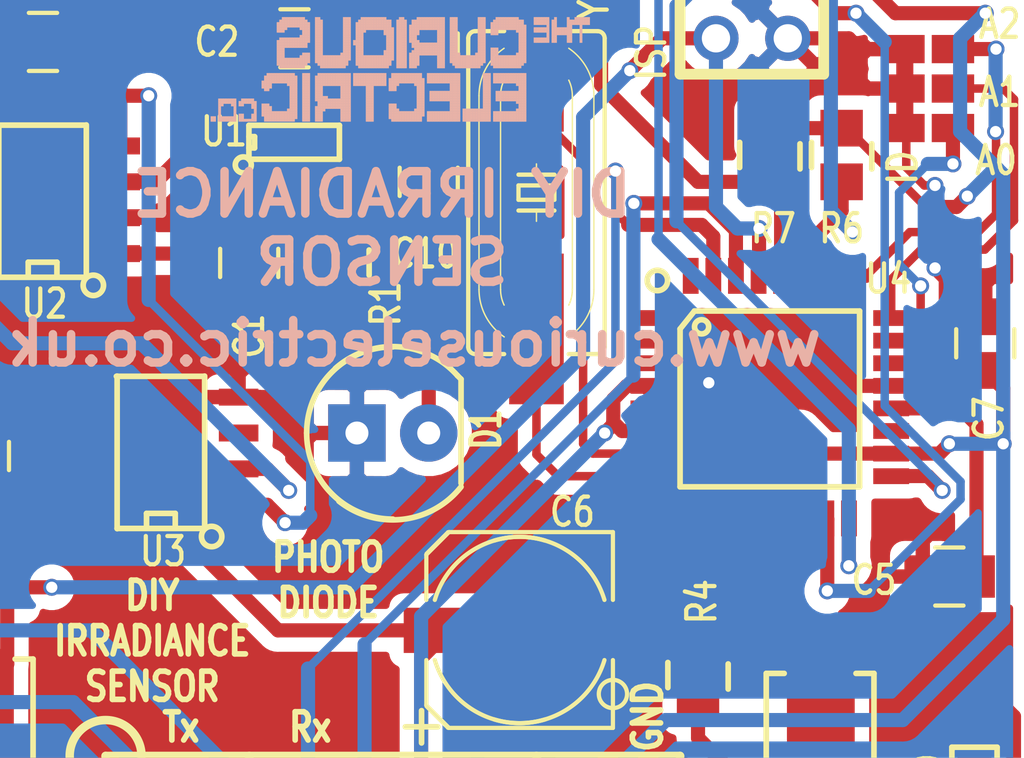
<source format=kicad_pcb>
(kicad_pcb (version 20171130) (host pcbnew "(5.1.10)-1")
  (title_block (date 2021-08-07))
  (layers (0 F.Cu signal hide) (31 B.Cu signal hide) (34 B.Paste user) (35 F.Paste user) (36 B.SilkS user) (37 F.SilkS user) (38 B.Mask user) (39 F.Mask user) (44 Edge.Cuts user))
  (net 0 "")
  (net 1 GND)
  (net 2 "Net-(C1-Pad2)")
  (net 3 "Net-(C1-Pad1)")
  (net 4 VCC)
  (net 5 "Net-(C5-Pad2)")
  (net 6 /ATMega328/DTR)
  (net 7 /ATMega328/RESET)
  (net 8 "Net-(C9-Pad2)")
  (net 9 "Net-(C10-Pad2)")
  (net 10 "Net-(D2-Pad2)")
  (net 11 /Rx)
  (net 12 /Tx)
  (net 13 /I2C_SDA)
  (net 14 /I2C_CLK)
  (net 15 /ATMega328/A0)
  (net 16 /ATMega328/A1)
  (net 17 /ATMega328/SCLK)
  (net 18 /ATMega328/MOSI)
  (net 19 /ATMega328/MISO)
  (net 20 /ATMega328/D7_LED0)
  (net 21 /ATMega328/D8_SWA)
  (net 22 "Net-(U3-Pad3)")
  (net 23 /ATMega328/D3)
  (net 24 /ATMega328/D4)
  (net 25 /ATMega328/D5)
  (net 26 /ATMega328/D6)
  (net 27 /ATMega328/D9)
  (net 28 /ATMega328/D10)
  (net 29 /ATMega328/A6)
  (net 30 /ATMega328/A7)
  (net 31 /ATMega328/A2)
  (net 32 /ATMega328/A3)
  (net 33 /ATMega328/D2)
  (net 34 "Net-(P8-Pad4)")
  (net 35 "Net-(P8-Pad3)")
  (module CuriousElectric3:TCEC_Words_13mm (layer B.Cu) (at 155.829 96.139 180)
    (fp_text reference P5 hide)
    (fp_text value LOGO2 hide)
  )
  (module REInnovationFootprint:SM_6pad_3W_SOLDER (layer F.Cu) (at 168.402 97.79 90)
    (fp_text reference P3 hide)
    (fp_text value ID (at -3.937 -1.778 90) (layer F.SilkS) (effects (font (size 1 0.8))))
    (pad 6 smd rect (at 0.254 -1.751 90) (size 1 1.5) (layers F.Cu F.Paste F.Mask) (net 1 GND))
    (pad 5 smd rect (at 0.254 0 90) (size 1 1.5) (layers F.Cu F.Paste F.Mask) (net 31 /ATMega328/A2))
    (pad 4 smd rect (at -1.143 -1.751 90) (size 1 1.5) (layers F.Cu F.Paste F.Mask) (net 1 GND))
    (pad 3 smd rect (at -1.143 0 90) (size 1 1.5) (layers F.Cu F.Paste F.Mask) (net 16 /ATMega328/A1))
    (pad 2 smd rect (at -2.54 -1.751 90) (size 1 1.5) (layers F.Cu F.Paste F.Mask) (net 1 GND))
    (pad 1 smd rect (at -2.54 0 90) (size 1 1.5) (layers F.Cu F.Paste F.Mask) (net 15 /ATMega328/A0))
  )
  (module REInnovationFootprint:TQFP32-08 (layer F.Cu) (at 161.925 109.855)
    (fp_text reference U4 (at 4.191 -4.191) (layer F.SilkS) (effects (font (size 1 0.8))))
    (fp_text value ATmega328P-AU hide)
    (pad 32 smd rect (at -2.79908 -4.2926 90) (size 1.27 0.5588) (layers F.Cu F.Paste F.Mask) (net 33 /ATMega328/D2))
    (pad 31 smd rect (at -1.99898 -4.2926 90) (size 1.27 0.5588) (layers F.Cu F.Paste F.Mask) (net 12 /Tx))
    (pad 30 smd rect (at -1.19888 -4.2926 90) (size 1.27 0.5588) (layers F.Cu F.Paste F.Mask) (net 11 /Rx))
    (pad 29 smd rect (at -0.39878 -4.2926 90) (size 1.27 0.5588) (layers F.Cu F.Paste F.Mask) (net 7 /ATMega328/RESET))
    (pad 28 smd rect (at 0.39878 -4.2926 90) (size 1.27 0.5588) (layers F.Cu F.Paste F.Mask) (net 14 /I2C_CLK))
    (pad 27 smd rect (at 1.19888 -4.2926 90) (size 1.27 0.5588) (layers F.Cu F.Paste F.Mask) (net 13 /I2C_SDA))
    (pad 26 smd rect (at 1.99898 -4.2926 90) (size 1.27 0.5588) (layers F.Cu F.Paste F.Mask) (net 32 /ATMega328/A3))
    (pad 25 smd rect (at 2.79908 -4.2926 90) (size 1.27 0.5588) (layers F.Cu F.Paste F.Mask) (net 31 /ATMega328/A2))
    (pad 24 smd rect (at 4.2926 -2.79908) (size 1.27 0.5588) (layers F.Cu F.Paste F.Mask) (net 16 /ATMega328/A1))
    (pad 23 smd rect (at 4.2926 -1.99898) (size 1.27 0.5588) (layers F.Cu F.Paste F.Mask) (net 15 /ATMega328/A0))
    (pad 22 smd rect (at 4.2926 -1.19888) (size 1.27 0.5588) (layers F.Cu F.Paste F.Mask) (net 30 /ATMega328/A7))
    (pad 21 smd rect (at 4.2926 -0.39878) (size 1.27 0.5588) (layers F.Cu F.Paste F.Mask) (net 1 GND))
    (pad 20 smd rect (at 4.2926 0.39878) (size 1.27 0.5588) (layers F.Cu F.Paste F.Mask) (net 5 "Net-(C5-Pad2)"))
    (pad 19 smd rect (at 4.2926 1.19888) (size 1.27 0.5588) (layers F.Cu F.Paste F.Mask) (net 29 /ATMega328/A6))
    (pad 18 smd rect (at 4.2926 1.99898) (size 1.27 0.5588) (layers F.Cu F.Paste F.Mask) (net 4 VCC))
    (pad 17 smd rect (at 4.2926 2.79908) (size 1.27 0.5588) (layers F.Cu F.Paste F.Mask) (net 17 /ATMega328/SCLK))
    (pad 16 smd rect (at 2.79908 4.2926 90) (size 1.27 0.5588) (layers F.Cu F.Paste F.Mask) (net 19 /ATMega328/MISO))
    (pad 15 smd rect (at 1.99898 4.2926 90) (size 1.27 0.5588) (layers F.Cu F.Paste F.Mask) (net 18 /ATMega328/MOSI))
    (pad 14 smd rect (at 1.19888 4.2926 90) (size 1.27 0.5588) (layers F.Cu F.Paste F.Mask) (net 28 /ATMega328/D10))
    (pad 13 smd rect (at 0.39878 4.2926 90) (size 1.27 0.5588) (layers F.Cu F.Paste F.Mask) (net 27 /ATMega328/D9))
    (pad 12 smd rect (at -0.39878 4.2926 90) (size 1.27 0.5588) (layers F.Cu F.Paste F.Mask) (net 21 /ATMega328/D8_SWA))
    (pad 11 smd rect (at -1.19888 4.2926 90) (size 1.27 0.5588) (layers F.Cu F.Paste F.Mask) (net 20 /ATMega328/D7_LED0))
    (pad 10 smd rect (at -1.99898 4.2926 90) (size 1.27 0.5588) (layers F.Cu F.Paste F.Mask) (net 26 /ATMega328/D6))
    (pad 9 smd rect (at -2.79908 4.2926 90) (size 1.27 0.5588) (layers F.Cu F.Paste F.Mask) (net 25 /ATMega328/D5))
    (pad 8 smd rect (at -4.2926 2.79908) (size 1.27 0.5588) (layers F.Cu F.Paste F.Mask) (net 9 "Net-(C10-Pad2)"))
    (pad 7 smd rect (at -4.2926 1.99898) (size 1.27 0.5588) (layers F.Cu F.Paste F.Mask) (net 8 "Net-(C9-Pad2)"))
    (pad 6 smd rect (at -4.2926 1.19888) (size 1.27 0.5588) (layers F.Cu F.Paste F.Mask) (net 4 VCC))
    (pad 5 smd rect (at -4.2926 0.39878) (size 1.27 0.5588) (layers F.Cu F.Paste F.Mask) (net 1 GND))
    (pad 4 smd rect (at -4.2926 -0.39878) (size 1.27 0.5588) (layers F.Cu F.Paste F.Mask) (net 4 VCC))
    (pad 3 smd rect (at -4.2926 -1.19888) (size 1.27 0.5588) (layers F.Cu F.Paste F.Mask) (net 1 GND))
    (pad 2 smd rect (at -4.2926 -1.99898) (size 1.27 0.5588) (layers F.Cu F.Paste F.Mask) (net 24 /ATMega328/D4))
    (pad 1 smd rect (at -4.2926 -2.79908) (size 1.27 0.5588) (layers F.Cu F.Paste F.Mask) (net 23 /ATMega328/D3))
  )
  (module REInnovationFootprint:PCB_45_45_Cut_Out_Solar_Sensor (layer F.Cu) (at 126.111 134.112)
    (fp_text reference P6 hide)
    (fp_text value PCB hide)
    (fp_line (start 3.2052 -44.8232) (end 3.2052 -44.8232) (layer Edge.Cuts) (width 0.1))
    (fp_line (start 41.8509 -44.8232) (end 3.2052 -44.8232) (layer Edge.Cuts) (width 0.1))
    (fp_line (start 42.1715 -44.8071) (end 41.8509 -44.8232) (layer Edge.Cuts) (width 0.1))
    (fp_line (start 42.4827 -44.7598) (end 42.1715 -44.8071) (layer Edge.Cuts) (width 0.1))
    (fp_line (start 42.7828 -44.683) (end 42.4827 -44.7598) (layer Edge.Cuts) (width 0.1))
    (fp_line (start 43.0704 -44.5781) (end 42.7828 -44.683) (layer Edge.Cuts) (width 0.1))
    (fp_line (start 43.3438 -44.4467) (end 43.0704 -44.5781) (layer Edge.Cuts) (width 0.1))
    (fp_line (start 43.6016 -44.2904) (end 43.3438 -44.4467) (layer Edge.Cuts) (width 0.1))
    (fp_line (start 43.8422 -44.1107) (end 43.6016 -44.2904) (layer Edge.Cuts) (width 0.1))
    (fp_line (start 44.064 -43.9091) (end 43.8422 -44.1107) (layer Edge.Cuts) (width 0.1))
    (fp_line (start 44.2656 -43.6872) (end 44.064 -43.9091) (layer Edge.Cuts) (width 0.1))
    (fp_line (start 44.4453 -43.4466) (end 44.2656 -43.6872) (layer Edge.Cuts) (width 0.1))
    (fp_line (start 44.6016 -43.1887) (end 44.4453 -43.4466) (layer Edge.Cuts) (width 0.1))
    (fp_line (start 44.7329 -42.9152) (end 44.6016 -43.1887) (layer Edge.Cuts) (width 0.1))
    (fp_line (start 44.8377 -42.6276) (end 44.7329 -42.9152) (layer Edge.Cuts) (width 0.1))
    (fp_line (start 44.9146 -42.3275) (end 44.8377 -42.6276) (layer Edge.Cuts) (width 0.1))
    (fp_line (start 44.9618 -42.0163) (end 44.9146 -42.3275) (layer Edge.Cuts) (width 0.1))
    (fp_line (start 44.9779 -41.6957) (end 44.9618 -42.0163) (layer Edge.Cuts) (width 0.1))
    (fp_line (start 44.9779 -3.05) (end 44.9779 -41.6957) (layer Edge.Cuts) (width 0.1))
    (fp_line (start 44.9618 -2.7294) (end 44.9779 -3.05) (layer Edge.Cuts) (width 0.1))
    (fp_line (start 44.9146 -2.4182) (end 44.9618 -2.7294) (layer Edge.Cuts) (width 0.1))
    (fp_line (start 44.8377 -2.1181) (end 44.9146 -2.4182) (layer Edge.Cuts) (width 0.1))
    (fp_line (start 44.7329 -1.8305) (end 44.8377 -2.1181) (layer Edge.Cuts) (width 0.1))
    (fp_line (start 44.6016 -1.5571) (end 44.7329 -1.8305) (layer Edge.Cuts) (width 0.1))
    (fp_line (start 44.4453 -1.2993) (end 44.6016 -1.5571) (layer Edge.Cuts) (width 0.1))
    (fp_line (start 44.2656 -1.0587) (end 44.4453 -1.2993) (layer Edge.Cuts) (width 0.1))
    (fp_line (start 44.064 -0.8369) (end 44.2656 -1.0587) (layer Edge.Cuts) (width 0.1))
    (fp_line (start 43.8422 -0.6353) (end 44.064 -0.8369) (layer Edge.Cuts) (width 0.1))
    (fp_line (start 43.6016 -0.4556) (end 43.8422 -0.6353) (layer Edge.Cuts) (width 0.1))
    (fp_line (start 43.3438 -0.2994) (end 43.6016 -0.4556) (layer Edge.Cuts) (width 0.1))
    (fp_line (start 43.0704 -0.168) (end 43.3438 -0.2994) (layer Edge.Cuts) (width 0.1))
    (fp_line (start 42.7828 -0.0632) (end 43.0704 -0.168) (layer Edge.Cuts) (width 0.1))
    (fp_line (start 42.4827 0.0136) (end 42.7828 -0.0632) (layer Edge.Cuts) (width 0.1))
    (fp_line (start 42.1715 0.0609) (end 42.4827 0.0136) (layer Edge.Cuts) (width 0.1))
    (fp_line (start 41.8509 0.0769) (end 42.1715 0.0609) (layer Edge.Cuts) (width 0.1))
    (fp_line (start 34.978 0.0769) (end 41.8509 0.0769) (layer Edge.Cuts) (width 0.1))
    (fp_line (start 34.978 -4.823) (end 34.978 0.0769) (layer Edge.Cuts) (width 0.1))
    (fp_line (start 10.0782 -4.823) (end 34.978 -4.823) (layer Edge.Cuts) (width 0.1))
    (fp_line (start 10.0782 0.0769) (end 10.0782 -4.823) (layer Edge.Cuts) (width 0.1))
    (fp_line (start 3.2052 0.0769) (end 10.0782 0.0769) (layer Edge.Cuts) (width 0.1))
    (fp_line (start 2.8846 0.0609) (end 3.2052 0.0769) (layer Edge.Cuts) (width 0.1))
    (fp_line (start 2.5734 0.0136) (end 2.8846 0.0609) (layer Edge.Cuts) (width 0.1))
    (fp_line (start 2.2733 -0.0632) (end 2.5734 0.0136) (layer Edge.Cuts) (width 0.1))
    (fp_line (start 1.9857 -0.168) (end 2.2733 -0.0632) (layer Edge.Cuts) (width 0.1))
    (fp_line (start 1.7122 -0.2994) (end 1.9857 -0.168) (layer Edge.Cuts) (width 0.1))
    (fp_line (start 1.4544 -0.4556) (end 1.7122 -0.2994) (layer Edge.Cuts) (width 0.1))
    (fp_line (start 1.2137 -0.6353) (end 1.4544 -0.4556) (layer Edge.Cuts) (width 0.1))
    (fp_line (start 0.9918 -0.8369) (end 1.2137 -0.6353) (layer Edge.Cuts) (width 0.1))
    (fp_line (start 0.7903 -1.0587) (end 0.9918 -0.8369) (layer Edge.Cuts) (width 0.1))
    (fp_line (start 0.6105 -1.2993) (end 0.7903 -1.0587) (layer Edge.Cuts) (width 0.1))
    (fp_line (start 0.4542 -1.5571) (end 0.6105 -1.2993) (layer Edge.Cuts) (width 0.1))
    (fp_line (start 0.3228 -1.8305) (end 0.4542 -1.5571) (layer Edge.Cuts) (width 0.1))
    (fp_line (start 0.2179 -2.1181) (end 0.3228 -1.8305) (layer Edge.Cuts) (width 0.1))
    (fp_line (start 0.1411 -2.4182) (end 0.2179 -2.1181) (layer Edge.Cuts) (width 0.1))
    (fp_line (start 0.0939 -2.7294) (end 0.1411 -2.4182) (layer Edge.Cuts) (width 0.1))
    (fp_line (start 0.0778 -3.05) (end 0.0939 -2.7294) (layer Edge.Cuts) (width 0.1))
    (fp_line (start 0.0778 -41.6957) (end 0.0778 -3.05) (layer Edge.Cuts) (width 0.1))
    (fp_line (start 0.0939 -42.0163) (end 0.0778 -41.6957) (layer Edge.Cuts) (width 0.1))
    (fp_line (start 0.1411 -42.3275) (end 0.0939 -42.0163) (layer Edge.Cuts) (width 0.1))
    (fp_line (start 0.2179 -42.6276) (end 0.1411 -42.3275) (layer Edge.Cuts) (width 0.1))
    (fp_line (start 0.3228 -42.9152) (end 0.2179 -42.6276) (layer Edge.Cuts) (width 0.1))
    (fp_line (start 0.4542 -43.1887) (end 0.3228 -42.9152) (layer Edge.Cuts) (width 0.1))
    (fp_line (start 0.6105 -43.4466) (end 0.4542 -43.1887) (layer Edge.Cuts) (width 0.1))
    (fp_line (start 0.7903 -43.6872) (end 0.6105 -43.4466) (layer Edge.Cuts) (width 0.1))
    (fp_line (start 0.9918 -43.9091) (end 0.7903 -43.6872) (layer Edge.Cuts) (width 0.1))
    (fp_line (start 1.2137 -44.1107) (end 0.9918 -43.9091) (layer Edge.Cuts) (width 0.1))
    (fp_line (start 1.4544 -44.2904) (end 1.2137 -44.1107) (layer Edge.Cuts) (width 0.1))
    (fp_line (start 1.7122 -44.4467) (end 1.4544 -44.2904) (layer Edge.Cuts) (width 0.1))
    (fp_line (start 1.9857 -44.5781) (end 1.7122 -44.4467) (layer Edge.Cuts) (width 0.1))
    (fp_line (start 2.2733 -44.683) (end 1.9857 -44.5781) (layer Edge.Cuts) (width 0.1))
    (fp_line (start 2.5734 -44.7598) (end 2.2733 -44.683) (layer Edge.Cuts) (width 0.1))
    (fp_line (start 2.8846 -44.8071) (end 2.5734 -44.7598) (layer Edge.Cuts) (width 0.1))
    (fp_line (start 3.2052 -44.8232) (end 2.8846 -44.8071) (layer Edge.Cuts) (width 0.1))
    (pad "" np_thru_hole circle (at 3.6 -41.4) (size 3.2 3.2) (drill 3.2) (layers *.Cu *.Mask))
    (pad "" np_thru_hole circle (at 41.6 -41.3) (size 3.2 3.2) (drill 3.2) (layers *.Cu *.Mask))
    (pad "" np_thru_hole circle (at 41.6 -3.3) (size 3.2 3.2) (drill 3.2) (layers *.Cu *.Mask))
    (pad "" np_thru_hole circle (at 3.6 -3.4) (size 3.2 3.2) (drill 3.2) (layers *.Cu *.Mask))
  )
  (module REInnovationFootprint:SM_C_0805 (layer F.Cu) (at 169.545 107.95 270)
    (fp_text reference C7 (at 2.667 -0.127 90) (layer F.SilkS) (effects (font (size 1 0.8))))
    (fp_text value 100n hide)
    (pad 2 smd rect (at 0.9602 0 270) (size 1.3 1.5) (layers F.Cu F.Paste F.Mask) (net 4 VCC))
    (pad 1 smd rect (at -0.9398 0 270) (size 1.3 1.5) (layers F.Cu F.Paste F.Mask) (net 1 GND))
  )
  (module REInnovationFootprint:SM_C_0805 (layer F.Cu) (at 134.62 129.2302 90)
    (fp_text reference C8 (at -2.7228 -0.127 90) (layer F.SilkS) (effects (font (size 1 0.8))))
    (fp_text value 100n hide)
    (pad 1 smd rect (at -0.9398 0 90) (size 1.3 1.5) (layers F.Cu F.Paste F.Mask) (net 6 /ATMega328/DTR))
    (pad 2 smd rect (at 0.9602 0 90) (size 1.3 1.5) (layers F.Cu F.Paste F.Mask) (net 7 /ATMega328/RESET))
  )
  (module REInnovationFootprint:SM_C_0805 (layer F.Cu) (at 149.86 97.4802 90)
    (fp_text reference C9 (at 2.6112 -0.127 180) (layer F.SilkS) (effects (font (size 1 0.8))))
    (fp_text value 22p hide)
    (pad 2 smd rect (at 0.9602 0 90) (size 1.3 1.5) (layers F.Cu F.Paste F.Mask) (net 8 "Net-(C9-Pad2)"))
    (pad 1 smd rect (at -0.9398 0 90) (size 1.3 1.5) (layers F.Cu F.Paste F.Mask) (net 1 GND))
  )
  (module REInnovationFootprint:SM_C_0805 (layer F.Cu) (at 149.86 102.235 270)
    (fp_text reference C10 (at 2.54 0.127 180) (layer F.SilkS) (effects (font (size 1 0.8))))
    (fp_text value 22p hide)
    (pad 1 smd rect (at -0.9398 0 270) (size 1.3 1.5) (layers F.Cu F.Paste F.Mask) (net 1 GND))
    (pad 2 smd rect (at 0.9602 0 270) (size 1.3 1.5) (layers F.Cu F.Paste F.Mask) (net 9 "Net-(C10-Pad2)"))
  )
  (module REInnovationFootprint:TH_6x1_FTDI (layer F.Cu) (at 128.397 116.84 270)
    (fp_text reference P9 (at 8.89 0.127 90) (layer B.SilkS) (effects (font (size 1 0.8)) (justify mirror)))
    (fp_text value PROG (at 8.89 0.127 180) (layer F.SilkS) (effects (font (size 1 0.8))))
    (pad 1 thru_hole rect (at -6.35 -0.127 270) (size 2.10058 2.10058) (drill 1) (layers *.Cu *.Mask) (net 1 GND))
    (pad 2 thru_hole circle (at -3.81 0.127 270) (size 2.19964 2.19964) (drill 1) (layers *.Cu *.Mask) (net 1 GND))
    (pad 3 thru_hole circle (at -1.27 -0.127 270) (size 2.19964 2.19964) (drill 1) (layers *.Cu *.Mask) (net 4 VCC))
    (pad 4 thru_hole circle (at 1.27 0.127 270) (size 2.19964 2.19964) (drill 1) (layers *.Cu *.Mask) (net 11 /Rx))
    (pad 5 thru_hole circle (at 3.81 -0.127 270) (size 2.19964 2.19964) (drill 1) (layers *.Cu *.Mask) (net 12 /Tx))
    (pad 6 thru_hole circle (at 6.35 0.127 270) (size 2.19964 2.19964) (drill 1) (layers *.Cu *.Mask) (net 6 /ATMega328/DTR))
  )
  (module REInnovationFootprint:SIL-4_Grove_SCREW (layer F.Cu) (at 148.59 126.365)
    (fp_text reference P2 (at 8.763 -2.413 90) (layer B.SilkS) (effects (font (size 1 0.8)) (justify mirror)))
    (fp_text value SERIAL (at -11.176 0.381 90) (layer F.SilkS) (effects (font (size 1 0.8))))
    (pad 1 thru_hole rect (at -7.62 0) (size 2.032 2.032) (drill 1.00076) (layers *.Cu *.Mask) (net 12 /Tx))
    (pad 2 thru_hole circle (at -2.54 0) (size 2.032 2.032) (drill 1.00076) (layers *.Cu *.Mask) (net 11 /Rx))
    (pad 3 thru_hole circle (at 2.54 0) (size 2.032 2.032) (drill 1.00076) (layers *.Cu *.Mask) (net 4 VCC))
    (pad 4 thru_hole circle (at 7.62 0) (size 2.032 2.032) (drill 1.00076) (layers *.Cu *.Mask) (net 1 GND))
    (pad 1 thru_hole rect (at -3 -2.111) (size 1.5 1.5) (drill 0.8) (layers *.Cu *.Mask) (net 12 /Tx))
    (pad 2 thru_hole circle (at -1 -2.111) (size 1.5 1.5) (drill 0.8) (layers *.Cu *.Mask) (net 11 /Rx))
    (pad 3 thru_hole circle (at 1 -2.111) (size 1.5 1.5) (drill 0.8) (layers *.Cu *.Mask) (net 4 VCC))
    (pad 4 thru_hole circle (at 3 -2.111) (size 1.5 1.5) (drill 0.8) (layers *.Cu *.Mask) (net 1 GND))
  )
  (module REInnovationFootprint:ISP_3x2 (layer F.Cu) (at 161.29 95.25 270)
    (fp_text reference P4 (at -4.699 -2.54) (layer B.SilkS) (effects (font (size 1 0.8)) (justify mirror)))
    (fp_text value ISP (at 2.413 3.556 270) (layer F.SilkS) (effects (font (size 1 0.8))))
    (pad 5 thru_hole circle (at 1.905 1.27 270) (size 1.6002 1.6002) (drill 1.00076) (layers *.Cu *.Mask) (net 7 /ATMega328/RESET))
    (pad 6 thru_hole circle (at 1.905 -1.27 270) (size 1.6002 1.6002) (drill 1.00076) (layers *.Cu *.Mask) (net 1 GND))
    (pad 3 thru_hole circle (at -0.635 1.27 270) (size 1.6002 1.6002) (drill 1.00076) (layers *.Cu *.Mask) (net 17 /ATMega328/SCLK))
    (pad 4 thru_hole circle (at -0.635 -1.27 270) (size 1.6002 1.6002) (drill 1.00076) (layers *.Cu *.Mask) (net 18 /ATMega328/MOSI))
    (pad 1 thru_hole circle (at -3.175 1.27 270) (size 1.6002 1.6002) (drill 1.00076) (layers *.Cu *.Mask) (net 19 /ATMega328/MISO))
    (pad 2 thru_hole circle (at -3.175 -1.27 270) (size 1.6002 1.6002) (drill 1.00076) (layers *.Cu *.Mask) (net 4 VCC))
  )
  (module REInnovationFootprint:SM0805 (layer F.Cu) (at 161.925 101.2698)
    (fp_text reference R7 (at 0.127 2.6162 180) (layer F.SilkS) (effects (font (size 1 0.8))))
    (fp_text value 4k7 hide)
    (pad 2 smd rect (at 0 0.9652) (size 1.5 1.3) (layers F.Cu F.Paste F.Mask) (net 14 /I2C_CLK))
    (pad 1 smd rect (at 0 -0.9348) (size 1.5 1.3) (layers F.Cu F.Paste F.Mask) (net 4 VCC))
  )
  (module REInnovationFootprint:SMD_SW_6x3_5 (layer F.Cu) (at 133.9596 122.682 270)
    (fp_text reference SW2 hide)
    (fp_text value RST (at 2.413 2.7686 90) (layer F.SilkS) (effects (font (size 1 0.8))))
    (pad 1 smd rect (at -2.413 -0.0254 270) (size 3 2.39776) (layers F.Cu F.Paste F.Mask) (net 7 /ATMega328/RESET))
    (pad 2 smd rect (at 2.413 0 270) (size 3 2.39776) (layers F.Cu F.Paste F.Mask) (net 1 GND))
  )
  (module REInnovationFootprint:SM_SOT-23-5 (layer F.Cu) (at 145.1 102.235)
    (fp_text reference U1 (at -2.479 -1.778 180) (layer F.SilkS) (effects (font (size 1 0.8))))
    (fp_text value TSV911xxLx hide)
    (pad 5 smd rect (at -0.95 -2.7) (size 0.55 1) (layers F.Cu F.Paste F.Mask) (net 4 VCC))
    (pad 4 smd rect (at 0.95 -2.7) (size 0.55 1) (layers F.Cu F.Paste F.Mask) (net 2 "Net-(C1-Pad2)"))
    (pad 1 smd rect (at -0.95 0) (size 0.55 1) (layers F.Cu F.Paste F.Mask) (net 3 "Net-(C1-Pad1)"))
    (pad 2 smd rect (at 0 0) (size 0.55 1) (layers F.Cu F.Paste F.Mask) (net 1 GND))
    (pad 3 smd rect (at 0.95 0) (size 0.55 1) (layers F.Cu F.Paste F.Mask) (net 1 GND))
  )
  (module REInnovationFootprint:SM-crystal-HC49UP (layer F.Cu) (at 153.67 102.616 270)
    (fp_text reference Y1 (at -6.858 -2.032 90) (layer F.SilkS) (effects (font (size 1 0.8))))
    (fp_text value 8MHz_XTAL hide)
    (pad 1 smd rect (at -4.826 0 270) (size 5.334 1.9304) (layers F.Cu F.Paste F.Mask) (net 8 "Net-(C9-Pad2)"))
    (pad 2 smd rect (at 4.826 0 270) (size 5.334 1.9304) (layers F.Cu F.Paste F.Mask) (net 9 "Net-(C10-Pad2)"))
  )
  (module REInnovationFootprint:SM_C_0805 (layer F.Cu) (at 143.51 105.1052 90)
    (fp_text reference C1 (at -2.5908 0 90) (layer F.SilkS) (effects (font (size 1 0.8))))
    (fp_text value 10n hide)
    (pad 1 smd rect (at -0.9398 0 90) (size 1.3 1.5) (layers F.Cu F.Paste F.Mask) (net 3 "Net-(C1-Pad1)"))
    (pad 2 smd rect (at 0.9602 0 90) (size 1.3 1.5) (layers F.Cu F.Paste F.Mask) (net 2 "Net-(C1-Pad2)"))
  )
  (module REInnovationFootprint:SM_C_0805 (layer F.Cu) (at 145.1102 97.155 180)
    (fp_text reference C2 (at 2.7432 -0.127) (layer F.SilkS) (effects (font (size 1 0.8))))
    (fp_text value 100n hide)
    (pad 1 smd rect (at -0.9398 0 180) (size 1.3 1.5) (layers F.Cu F.Paste F.Mask) (net 1 GND))
    (pad 2 smd rect (at 0.9602 0 180) (size 1.3 1.5) (layers F.Cu F.Paste F.Mask) (net 4 VCC))
  )
  (module REInnovationFootprint:SM_C_0805 (layer F.Cu) (at 136.2152 97.282 180)
    (fp_text reference C3 (at 2.8652 0) (layer F.SilkS) (effects (font (size 1 0.8))))
    (fp_text value 100n hide)
    (pad 2 smd rect (at 0.9602 0 180) (size 1.3 1.5) (layers F.Cu F.Paste F.Mask) (net 1 GND))
    (pad 1 smd rect (at -0.9398 0 180) (size 1.3 1.5) (layers F.Cu F.Paste F.Mask) (net 4 VCC))
  )
  (module REInnovationFootprint:SM_C_0805 (layer F.Cu) (at 133.985 111.9378 270)
    (fp_text reference C4 (at -2.4638 0.127 180) (layer F.SilkS) (effects (font (size 1 0.8))))
    (fp_text value 100n hide)
    (pad 2 smd rect (at 0.9602 0 270) (size 1.3 1.5) (layers F.Cu F.Paste F.Mask) (net 4 VCC))
    (pad 1 smd rect (at -0.9398 0 270) (size 1.3 1.5) (layers F.Cu F.Paste F.Mask) (net 1 GND))
  )
  (module REInnovationFootprint:SM_C_0805 (layer F.Cu) (at 168.275 116.205)
    (fp_text reference C5 (at -2.667 0.127) (layer F.SilkS) (effects (font (size 1 0.8))))
    (fp_text value 100n hide)
    (pad 1 smd rect (at -0.9398 0) (size 1.3 1.5) (layers F.Cu F.Paste F.Mask) (net 1 GND))
    (pad 2 smd rect (at 0.9602 0) (size 1.3 1.5) (layers F.Cu F.Paste F.Mask) (net 5 "Net-(C5-Pad2)"))
  )
  (module REInnovationFootprint:SM_6.3x7.7 (layer F.Cu) (at 153.075 118.11 180)
    (fp_text reference C6 (at -1.865 4.191 180) (layer F.SilkS) (effects (font (size 1 0.8))))
    (fp_text value 100u hide)
    (pad 1 smd rect (at 2.5 0 180) (size 3.2 1.6) (layers F.Cu F.Paste F.Mask) (net 4 VCC))
    (pad 2 smd rect (at -2.5 0 180) (size 3.2 1.6) (layers F.Cu F.Paste F.Mask) (net 1 GND))
  )
  (module REInnovationFootprint:SM0805_LED (layer F.Cu) (at 169.164 124.04598 180)
    (fp_text reference D2 hide)
    (fp_text value LED0 (at 1.651 0.09398 270) (layer F.SilkS) (effects (font (size 1 0.8))))
    (pad 2 smd rect (at 0 1.04902 180) (size 1.19888 1.19888) (layers F.Cu F.Paste F.Mask) (net 10 "Net-(D2-Pad2)"))
    (pad 1 smd rect (at 0 -1.04902 180) (size 1.19888 1.19888) (layers F.Cu F.Paste F.Mask) (net 1 GND))
  )
  (module REInnovationFootprint:SIL-4_large_pad (layer F.Cu) (at 128.27 100.965 270)
    (fp_text reference P8 (at 6.35 0 270) (layer B.SilkS) (effects (font (size 1 0.8)) (justify mirror)))
    (fp_text value ADC (at 6.35 0 180) (layer F.SilkS) (effects (font (size 1 0.8))))
    (pad 4 thru_hole circle (at 3.81 0 270) (size 2.032 2.032) (drill 1.00076) (layers *.Cu *.Mask) (net 34 "Net-(P8-Pad4)"))
    (pad 3 thru_hole circle (at 1.27 0 270) (size 2.032 2.032) (drill 1.00076) (layers *.Cu *.Mask) (net 35 "Net-(P8-Pad3)"))
    (pad 2 thru_hole circle (at -1.27 0 270) (size 2.032 2.032) (drill 1.00076) (layers *.Cu *.Mask) (net 4 VCC))
    (pad 1 thru_hole rect (at -3.81 0 270) (size 2.032 2.032) (drill 1.00076) (layers *.Cu *.Mask) (net 1 GND))
  )
  (module REInnovationFootprint:SM0805 (layer F.Cu) (at 146.685 105.1052 180)
    (fp_text reference R1 (at -1.651 -1.4478 90) (layer F.SilkS) (effects (font (size 1 0.8))))
    (fp_text value 47k hide)
    (pad 2 smd rect (at 0 0.9652 180) (size 1.5 1.3) (layers F.Cu F.Paste F.Mask) (net 2 "Net-(C1-Pad2)"))
    (pad 1 smd rect (at 0 -0.9348 180) (size 1.5 1.3) (layers F.Cu F.Paste F.Mask) (net 3 "Net-(C1-Pad1)"))
  )
  (module REInnovationFootprint:SM0805 (layer F.Cu) (at 159.385 119.6798)
    (fp_text reference R4 (at 0.127 -2.5858 90) (layer F.SilkS) (effects (font (size 1 0.8))))
    (fp_text value 470 hide)
    (pad 2 smd rect (at 0 0.9652) (size 1.5 1.3) (layers F.Cu F.Paste F.Mask) (net 10 "Net-(D2-Pad2)"))
    (pad 1 smd rect (at 0 -0.9348) (size 1.5 1.3) (layers F.Cu F.Paste F.Mask) (net 20 /ATMega328/D7_LED0))
  )
  (module REInnovationFootprint:SM0805 (layer F.Cu) (at 133.985 116.586 90)
    (fp_text reference R5 (at 0 -2.667) (layer F.SilkS) (effects (font (size 1 0.8))))
    (fp_text value 10k hide)
    (pad 1 smd rect (at 0 -0.9348 90) (size 1.5 1.3) (layers F.Cu F.Paste F.Mask) (net 4 VCC))
    (pad 2 smd rect (at 0 0.9652 90) (size 1.5 1.3) (layers F.Cu F.Paste F.Mask) (net 7 /ATMega328/RESET))
  )
  (module REInnovationFootprint:SM0805 (layer F.Cu) (at 164.465 101.2698)
    (fp_text reference R6 (at 0 2.6162 180) (layer F.SilkS) (effects (font (size 1 0.8))))
    (fp_text value 4k7 hide)
    (pad 1 smd rect (at 0 -0.9348) (size 1.5 1.3) (layers F.Cu F.Paste F.Mask) (net 4 VCC))
    (pad 2 smd rect (at 0 0.9652) (size 1.5 1.3) (layers F.Cu F.Paste F.Mask) (net 13 /I2C_SDA))
  )
  (module REInnovationFootprint:SMD_SW_6x3_5 (layer F.Cu) (at 163.703 123.19 270)
    (fp_text reference SW1 hide)
    (fp_text value SWA (at 2.159 2.921 90) (layer F.SilkS) (effects (font (size 1 0.8))))
    (pad 2 smd rect (at 2.413 0 270) (size 3 2.39776) (layers F.Cu F.Paste F.Mask) (net 1 GND))
    (pad 1 smd rect (at -2.413 -0.0254 270) (size 3 2.39776) (layers F.Cu F.Paste F.Mask) (net 21 /ATMega328/D8_SWA))
  )
  (module REInnovationFootprint:SM_SOIC_8 (layer F.Cu) (at 140.335 111.125 90)
    (fp_text reference U3 (at -4.191 0.127) (layer F.SilkS) (effects (font (size 1 0.8))))
    (fp_text value LM75B hide)
    (pad 8 smd rect (at -2.54 -2.8 90) (size 0.59944 1.39954) (layers F.Cu F.Paste F.Mask) (net 4 VCC))
    (pad 1 smd rect (at -2.54 2.8 90) (size 0.59944 1.39954) (layers F.Cu F.Paste F.Mask) (net 13 /I2C_SDA))
    (pad 7 smd rect (at -1.27 -2.8 90) (size 0.59944 1.39954) (layers F.Cu F.Paste F.Mask) (net 1 GND))
    (pad 6 smd rect (at 0 -2.8 90) (size 0.59944 1.39954) (layers F.Cu F.Paste F.Mask) (net 1 GND))
    (pad 5 smd rect (at 1.27 -2.8 90) (size 0.59944 1.39954) (layers F.Cu F.Paste F.Mask) (net 1 GND))
    (pad 2 smd rect (at -1.27 2.8 90) (size 0.59944 1.39954) (layers F.Cu F.Paste F.Mask) (net 14 /I2C_CLK))
    (pad 3 smd rect (at 0 2.8 90) (size 0.59944 1.39954) (layers F.Cu F.Paste F.Mask) (net 22 "Net-(U3-Pad3)"))
    (pad 4 smd rect (at 1.27 2.8 90) (size 0.59944 1.39954) (layers F.Cu F.Paste F.Mask) (net 1 GND))
  )
  (module REInnovationFootprint:SIL-4_Grove_Not_Labelled (layer F.Cu) (at 140.16 93.98)
    (fp_text reference P10 (at 4.62 -0.635 -180) (layer B.SilkS) (effects (font (size 1 0.8)) (justify mirror)))
    (fp_text value I2C (at -6.175 -1.27 90) (layer F.SilkS) (effects (font (size 1 0.8))))
    (pad 4 thru_hole circle (at 3 -2.111) (size 1.5 1.5) (drill 0.8) (layers *.Cu *.Mask) (net 1 GND))
    (pad 3 thru_hole circle (at 1 -2.111) (size 1.5 1.5) (drill 0.8) (layers *.Cu *.Mask) (net 4 VCC))
    (pad 2 thru_hole circle (at -1 -2.111) (size 1.5 1.5) (drill 0.8) (layers *.Cu *.Mask) (net 13 /I2C_SDA))
    (pad 1 thru_hole rect (at -3 -2.111) (size 1.5 1.5) (drill 0.8) (layers *.Cu *.Mask) (net 14 /I2C_CLK))
  )
  (module REInnovationFootprint:SIL-4_Grove_Not_Labelled (layer F.Cu) (at 152.575 93.98)
    (fp_text reference P1 (at 4.27 -0.635) (layer B.SilkS) (effects (font (size 1 0.8)) (justify mirror)))
    (fp_text value I2C (at -5.89 -1.27 90) (layer F.SilkS) (effects (font (size 1 0.8))))
    (pad 1 thru_hole rect (at -3 -2.111) (size 1.5 1.5) (drill 0.8) (layers *.Cu *.Mask) (net 14 /I2C_CLK))
    (pad 2 thru_hole circle (at -1 -2.111) (size 1.5 1.5) (drill 0.8) (layers *.Cu *.Mask) (net 13 /I2C_SDA))
    (pad 3 thru_hole circle (at 1 -2.111) (size 1.5 1.5) (drill 0.8) (layers *.Cu *.Mask) (net 4 VCC))
    (pad 4 thru_hole circle (at 3 -2.111) (size 1.5 1.5) (drill 0.8) (layers *.Cu *.Mask) (net 1 GND))
  )
  (module REInnovationFootprint:SM_SOIC_8 (layer F.Cu) (at 136.15 102.235 90)
    (fp_text reference U2 (at -4.318 0.121) (layer F.SilkS) (effects (font (size 1 0.8))))
    (fp_text value MCP3426-xSN hide)
    (pad 8 smd rect (at -2.54 -2.8 90) (size 0.59944 1.39954) (layers F.Cu F.Paste F.Mask) (net 35 "Net-(P8-Pad3)"))
    (pad 1 smd rect (at -2.54 2.8 90) (size 0.59944 1.39954) (layers F.Cu F.Paste F.Mask) (net 3 "Net-(C1-Pad1)"))
    (pad 7 smd rect (at -1.27 -2.8 90) (size 0.59944 1.39954) (layers F.Cu F.Paste F.Mask) (net 34 "Net-(P8-Pad4)"))
    (pad 6 smd rect (at 0 -2.8 90) (size 0.59944 1.39954) (layers F.Cu F.Paste F.Mask) (net 1 GND))
    (pad 5 smd rect (at 1.27 -2.8 90) (size 0.59944 1.39954) (layers F.Cu F.Paste F.Mask) (net 14 /I2C_CLK))
    (pad 2 smd rect (at -1.27 2.8 90) (size 0.59944 1.39954) (layers F.Cu F.Paste F.Mask) (net 1 GND))
    (pad 3 smd rect (at 0 2.8 90) (size 0.59944 1.39954) (layers F.Cu F.Paste F.Mask) (net 4 VCC))
    (pad 4 smd rect (at 1.27 2.8 90) (size 0.59944 1.39954) (layers F.Cu F.Paste F.Mask) (net 13 /I2C_SDA))
  )
  (module REInnovationFootprint:LED-5MM_larg_pad (layer F.Cu) (at 148.59 111.125)
    (fp_text reference D1 (at 3.302 -0.127 90) (layer F.SilkS) (effects (font (size 1 0.7) (thickness 0.2))))
    (fp_text value "PHOTO DIODE" hide)
    (pad 1 thru_hole rect (at -1.27 0) (size 2.032 2.032) (drill 0.8128) (layers *.Cu *.Mask) (net 1 GND))
    (pad 2 thru_hole circle (at 1.27 0) (size 2.032 2.032) (drill 0.8128) (layers *.Cu *.Mask) (net 2 "Net-(C1-Pad2)"))
  )
  (gr_text A2 (at 170.053 96.647) (layer F.SilkS) (effects (font (size 1 0.8))))
  (gr_text A1 (at 170.053 99.06) (layer F.SilkS) (effects (font (size 1 0.8))))
  (gr_text A0 (at 169.926 101.473) (layer F.SilkS) (effects (font (size 1 0.8))))
  (gr_text "DIY\nIRRADIANCE\nSENSOR" (at 140.081 118.491) (layer F.SilkS) (effects (font (size 1 0.8) (thickness 0.2))))
  (gr_text GND (at 157.607 121.158 90) (layer F.SilkS) (effects (font (size 1 0.8) (thickness 0.2))))
  (gr_text + (at 149.606 121.412) (layer F.SilkS) (effects (font (size 1.5 1.5) (thickness 0.2))))
  (gr_text Rx (at 145.669 121.539) (layer F.SilkS) (effects (font (size 1 0.8) (thickness 0.2))))
  (gr_text Tx (at 141.097 121.539) (layer F.SilkS) (effects (font (size 1 0.8) (thickness 0.2))))
  (gr_text www.curiouselectric.co.uk (at 149.352 107.95) (layer B.SilkS) (effects (font (size 1.5 1.5) (thickness 0.3)) (justify mirror)))
  (gr_text "DIY IRRADIANCE\nSENSOR" (at 148.209 103.886) (layer B.SilkS) (effects (font (size 1.5 1.5) (thickness 0.3)) (justify mirror)))
  (gr_text "PHOTO\nDIODE" (at 146.304 116.332) (layer F.SilkS) (effects (font (size 1 0.8) (thickness 0.2))))
  (segment (start 167.141902 109.45622) (end 168.148 108.450122) (width 0.5) (layer F.Cu) (net 1))
  (segment (start 166.2176 109.45622) (end 167.141902 109.45622) (width 0.5) (layer F.Cu) (net 1))
  (segment (start 169.234998 107.0102) (end 169.545 107.0102) (width 0.5) (layer F.Cu) (net 1))
  (segment (start 168.148 108.097198) (end 169.234998 107.0102) (width 0.5) (layer F.Cu) (net 1))
  (segment (start 168.148 108.450122) (end 168.148 108.097198) (width 0.5) (layer F.Cu) (net 1))
  (segment (start 166.751 97.536) (end 166.751 100.33) (width 0.5) (layer F.Cu) (net 1))
  (segment (start 133.35 102.235) (end 134.62 102.235) (width 0.5) (layer F.Cu) (net 1))
  (segment (start 135.255 101.6) (end 135.255 97.282) (width 0.5) (layer F.Cu) (net 1))
  (segment (start 134.62 102.235) (end 135.255 101.6) (width 0.5) (layer F.Cu) (net 1))
  (segment (start 162.45078 109.45622) (end 161.65322 110.25378) (width 0.5) (layer F.Cu) (net 1))
  (segment (start 166.2176 109.45622) (end 162.45078 109.45622) (width 0.5) (layer F.Cu) (net 1))
  (segment (start 161.65322 110.25378) (end 157.6324 110.25378) (width 0.5) (layer F.Cu) (net 1))
  (segment (start 161.65068 108.65612) (end 162.45078 109.45622) (width 0.5) (layer F.Cu) (net 1))
  (segment (start 137.408 110.998) (end 137.535 111.125) (width 0.5) (layer F.Cu) (net 1))
  (segment (start 137.535 112.395) (end 136.398 112.395) (width 0.5) (layer F.Cu) (net 1))
  (segment (start 135.89 111.887) (end 135.89 110.998) (width 0.5) (layer F.Cu) (net 1))
  (segment (start 136.398 112.395) (end 135.89 111.887) (width 0.5) (layer F.Cu) (net 1))
  (segment (start 135.89 110.998) (end 137.408 110.998) (width 0.5) (layer F.Cu) (net 1))
  (segment (start 133.985 110.998) (end 135.89 110.998) (width 0.5) (layer F.Cu) (net 1))
  (segment (start 137.535 109.855) (end 136.271 109.855) (width 0.5) (layer F.Cu) (net 1))
  (segment (start 135.89 110.236) (end 135.89 110.998) (width 0.5) (layer F.Cu) (net 1))
  (segment (start 136.271 109.855) (end 135.89 110.236) (width 0.5) (layer F.Cu) (net 1))
  (segment (start 137.535 109.855) (end 143.135 109.855) (width 0.5) (layer F.Cu) (net 1))
  (segment (start 143.16 91.869) (end 143.16 92.995) (width 0.5) (layer F.Cu) (net 1))
  (segment (start 143.16 92.995) (end 144.653 94.488) (width 0.5) (layer F.Cu) (net 1))
  (segment (start 155.575 93.726) (end 155.575 91.869) (width 0.5) (layer F.Cu) (net 1))
  (segment (start 154.813 94.488) (end 155.575 93.726) (width 0.5) (layer F.Cu) (net 1))
  (segment (start 144.653 94.488) (end 146.05 94.488) (width 0.5) (layer F.Cu) (net 1))
  (segment (start 128.27 110.744) (end 128.524 110.49) (width 0.5) (layer F.Cu) (net 1))
  (segment (start 128.27 113.03) (end 128.27 110.744) (width 0.5) (layer F.Cu) (net 1))
  (segment (start 128.524 110.49) (end 131.064 110.49) (width 0.5) (layer F.Cu) (net 1))
  (segment (start 131.572 110.998) (end 133.985 110.998) (width 0.5) (layer F.Cu) (net 1))
  (segment (start 131.064 110.49) (end 131.572 110.998) (width 0.5) (layer F.Cu) (net 1))
  (segment (start 143.135 109.855) (end 143.891 109.855) (width 0.5) (layer F.Cu) (net 1))
  (segment (start 143.891 109.855) (end 145.034 110.998) (width 0.5) (layer F.Cu) (net 1))
  (segment (start 145.034 110.998) (end 145.034 112.014) (width 0.5) (layer F.Cu) (net 1))
  (segment (start 145.034 112.014) (end 146.05 113.03) (width 0.5) (layer F.Cu) (net 1))
  (segment (start 148.844 113.03) (end 153.67 113.03) (width 0.5) (layer F.Cu) (net 1))
  (segment (start 148.844 113.03) (end 149.098 113.03) (width 0.5) (layer F.Cu) (net 1))
  (segment (start 155.575 114.935) (end 155.575 118.11) (width 0.5) (layer F.Cu) (net 1))
  (segment (start 153.67 113.03) (end 155.575 114.935) (width 0.5) (layer F.Cu) (net 1))
  (segment (start 162.56 97.155) (end 164.719 97.155) (width 0.5) (layer F.Cu) (net 1))
  (segment (start 165.1 97.536) (end 166.751 97.536) (width 0.5) (layer F.Cu) (net 1))
  (segment (start 164.719 97.155) (end 165.1 97.536) (width 0.5) (layer F.Cu) (net 1))
  (segment (start 135.128 97.155) (end 135.255 97.282) (width 0.5) (layer F.Cu) (net 1))
  (segment (start 128.27 97.155) (end 135.128 97.155) (width 0.5) (layer F.Cu) (net 1))
  (segment (start 137.16 103.505) (end 135.255 101.6) (width 0.5) (layer F.Cu) (net 1))
  (segment (start 138.95 103.505) (end 137.16 103.505) (width 0.5) (layer F.Cu) (net 1))
  (segment (start 169.164 125.095) (end 169.545 125.095) (width 0.5) (layer F.Cu) (net 1))
  (segment (start 169.545 125.095) (end 170.561 124.079) (width 0.5) (layer F.Cu) (net 1))
  (segment (start 170.561 124.079) (end 170.561 121.158) (width 0.5) (layer F.Cu) (net 1))
  (segment (start 167.3352 117.9322) (end 167.3352 116.205) (width 0.5) (layer F.Cu) (net 1))
  (segment (start 170.561 121.158) (end 167.3352 117.9322) (width 0.5) (layer F.Cu) (net 1))
  (segment (start 151.59 124.254) (end 151.59 117.523) (width 0.5) (layer B.Cu) (net 1))
  (via (at 159.766 109.347) (size 0.6) (drill 0.4) (layers F.Cu B.Cu) (net 1))
  (segment (start 151.59 117.523) (end 159.766 109.347) (width 0.5) (layer B.Cu) (net 1))
  (segment (start 159.766 109.347) (end 159.766 108.72724) (width 0.5) (layer F.Cu) (net 1))
  (segment (start 159.83712 108.65612) (end 161.65068 108.65612) (width 0.5) (layer F.Cu) (net 1))
  (segment (start 159.766 108.72724) (end 159.83712 108.65612) (width 0.5) (layer F.Cu) (net 1))
  (segment (start 157.6324 108.65612) (end 159.83712 108.65612) (width 0.5) (layer F.Cu) (net 1))
  (segment (start 166.878 100.457) (end 166.751 100.33) (width 0.5) (layer F.Cu) (net 1))
  (segment (start 166.751 101.727) (end 166.751 100.33) (width 0.3) (layer F.Cu) (net 1))
  (segment (start 167.386 102.362) (end 166.751 101.727) (width 0.3) (layer F.Cu) (net 1))
  (segment (start 168.148 108.097198) (end 168.148 105.664) (width 0.5) (layer F.Cu) (net 1))
  (via (at 167.767 105.283) (size 0.6) (drill 0.4) (layers F.Cu B.Cu) (net 1))
  (segment (start 168.148 105.664) (end 167.767 105.283) (width 0.5) (layer F.Cu) (net 1))
  (segment (start 167.767 105.283) (end 167.767 102.362) (width 0.5) (layer B.Cu) (net 1))
  (via (at 167.767 102.362) (size 0.6) (drill 0.4) (layers F.Cu B.Cu) (net 1))
  (segment (start 135.89 102.235) (end 135.255 101.6) (width 0.5) (layer F.Cu) (net 1))
  (segment (start 135.89 110.236) (end 135.89 102.235) (width 0.5) (layer F.Cu) (net 1))
  (segment (start 154.099 124.254) (end 156.21 126.365) (width 0.5) (layer F.Cu) (net 1))
  (segment (start 151.59 124.254) (end 154.099 124.254) (width 0.5) (layer F.Cu) (net 1))
  (segment (start 154.178 128.397) (end 156.21 126.365) (width 0.5) (layer F.Cu) (net 1))
  (segment (start 139.192 128.397) (end 154.178 128.397) (width 0.5) (layer F.Cu) (net 1))
  (segment (start 135.89 125.095) (end 139.192 128.397) (width 0.5) (layer F.Cu) (net 1))
  (segment (start 133.9596 125.095) (end 135.89 125.095) (width 0.5) (layer F.Cu) (net 1))
  (segment (start 162.941 126.365) (end 163.703 125.603) (width 0.5) (layer F.Cu) (net 1))
  (segment (start 156.21 126.365) (end 162.941 126.365) (width 0.5) (layer F.Cu) (net 1))
  (segment (start 168.656 125.603) (end 169.164 125.095) (width 0.5) (layer F.Cu) (net 1))
  (segment (start 163.703 125.603) (end 168.656 125.603) (width 0.5) (layer F.Cu) (net 1))
  (segment (start 154.099 121.364) (end 155.575 119.888) (width 0.5) (layer F.Cu) (net 1))
  (segment (start 154.099 124.254) (end 154.099 121.364) (width 0.5) (layer F.Cu) (net 1))
  (segment (start 155.575 119.888) (end 155.575 118.11) (width 0.5) (layer F.Cu) (net 1))
  (segment (start 147.32 111.125) (end 147.32 113.03) (width 0.5) (layer F.Cu) (net 1))
  (segment (start 147.32 113.03) (end 148.844 113.03) (width 0.5) (layer F.Cu) (net 1))
  (segment (start 146.05 113.03) (end 147.32 113.03) (width 0.5) (layer F.Cu) (net 1))
  (segment (start 147.574 97.155) (end 146.05 97.155) (width 0.5) (layer F.Cu) (net 1))
  (segment (start 147.828 97.409) (end 147.574 97.155) (width 0.5) (layer F.Cu) (net 1))
  (segment (start 149.86 99.949) (end 147.828 99.949) (width 0.5) (layer F.Cu) (net 1))
  (segment (start 147.828 99.949) (end 147.828 97.409) (width 0.5) (layer F.Cu) (net 1))
  (segment (start 149.86 98.42) (end 149.86 99.949) (width 0.5) (layer F.Cu) (net 1))
  (segment (start 149.86 99.949) (end 149.86 101.2952) (width 0.5) (layer F.Cu) (net 1))
  (segment (start 147.828 94.615) (end 147.955 94.488) (width 0.5) (layer F.Cu) (net 1))
  (segment (start 147.828 97.409) (end 147.828 94.615) (width 0.5) (layer F.Cu) (net 1))
  (segment (start 147.955 94.488) (end 154.813 94.488) (width 0.5) (layer F.Cu) (net 1))
  (segment (start 146.05 94.488) (end 147.955 94.488) (width 0.5) (layer F.Cu) (net 1))
  (segment (start 145.250001 97.954999) (end 146.05 97.155) (width 0.5) (layer F.Cu) (net 1))
  (segment (start 145.250001 100.113999) (end 145.250001 97.954999) (width 0.5) (layer F.Cu) (net 1))
  (segment (start 144.465 100.899) (end 145.250001 100.113999) (width 0.5) (layer F.Cu) (net 1))
  (segment (start 142.814 100.899) (end 144.465 100.899) (width 0.5) (layer F.Cu) (net 1))
  (segment (start 140.208 103.505) (end 142.814 100.899) (width 0.5) (layer F.Cu) (net 1))
  (segment (start 138.95 103.505) (end 140.208 103.505) (width 0.5) (layer F.Cu) (net 1))
  (segment (start 145.1 102.235) (end 146.05 102.235) (width 0.3) (layer F.Cu) (net 1))
  (segment (start 145.1 101.534) (end 144.465 100.899) (width 0.3) (layer F.Cu) (net 1))
  (segment (start 145.1 102.235) (end 145.1 101.534) (width 0.3) (layer F.Cu) (net 1))
  (segment (start 167.767 102.362) (end 167.386 102.362) (width 0.3) (layer F.Cu) (net 1))
  (segment (start 147.955 104.14) (end 146.685 104.14) (width 0.5) (layer F.Cu) (net 2))
  (segment (start 148.336 104.521) (end 147.955 104.14) (width 0.5) (layer F.Cu) (net 2))
  (segment (start 146.68 104.145) (end 146.685 104.14) (width 0.5) (layer F.Cu) (net 2))
  (segment (start 143.51 104.145) (end 146.68 104.145) (width 0.5) (layer F.Cu) (net 2))
  (segment (start 149.86 109.22) (end 148.336 107.696) (width 0.5) (layer F.Cu) (net 2))
  (segment (start 149.86 111.125) (end 149.86 109.22) (width 0.5) (layer F.Cu) (net 2))
  (segment (start 148.336 107.696) (end 148.336 106.426) (width 0.5) (layer F.Cu) (net 2))
  (segment (start 148.336 106.426) (end 148.336 104.521) (width 0.5) (layer F.Cu) (net 2))
  (segment (start 146.05 99.535) (end 146.05 100.33) (width 0.3) (layer F.Cu) (net 2))
  (segment (start 146.05 100.33) (end 147.066 101.346) (width 0.3) (layer F.Cu) (net 2))
  (segment (start 147.066 103.759) (end 146.685 104.14) (width 0.3) (layer F.Cu) (net 2))
  (segment (start 147.066 101.346) (end 147.066 103.759) (width 0.3) (layer F.Cu) (net 2))
  (segment (start 144.15 102.235) (end 142.621 102.235) (width 0.5) (layer F.Cu) (net 3))
  (segment (start 142.621 102.235) (end 141.859 102.997) (width 0.5) (layer F.Cu) (net 3))
  (segment (start 146.68 106.045) (end 146.685 106.04) (width 0.5) (layer F.Cu) (net 3))
  (segment (start 143.51 106.045) (end 146.68 106.045) (width 0.5) (layer F.Cu) (net 3))
  (segment (start 141.732 104.775) (end 141.859 104.648) (width 0.5) (layer F.Cu) (net 3))
  (segment (start 138.95 104.775) (end 141.732 104.775) (width 0.5) (layer F.Cu) (net 3))
  (segment (start 141.859 102.997) (end 141.859 104.648) (width 0.5) (layer F.Cu) (net 3))
  (segment (start 141.859 104.648) (end 141.859 105.664) (width 0.5) (layer F.Cu) (net 3))
  (segment (start 142.24 106.045) (end 143.51 106.045) (width 0.5) (layer F.Cu) (net 3))
  (segment (start 141.859 105.664) (end 142.24 106.045) (width 0.5) (layer F.Cu) (net 3))
  (segment (start 161.925 100.335) (end 164.465 100.335) (width 0.5) (layer F.Cu) (net 4))
  (segment (start 157.62478 109.45622) (end 157.556621 109.524379) (width 0.5) (layer F.Cu) (net 4))
  (segment (start 157.6324 109.45622) (end 157.62478 109.45622) (width 0.5) (layer F.Cu) (net 4))
  (segment (start 144.15 99.535) (end 144.15 97.155) (width 0.5) (layer F.Cu) (net 4))
  (segment (start 138.95 102.235) (end 137.668 102.235) (width 0.5) (layer F.Cu) (net 4))
  (segment (start 137.155 101.722) (end 137.155 97.282) (width 0.5) (layer F.Cu) (net 4))
  (segment (start 137.668 102.235) (end 137.155 101.722) (width 0.5) (layer F.Cu) (net 4))
  (segment (start 162.99688 111.05388) (end 163.79698 111.85398) (width 0.5) (layer F.Cu) (net 4))
  (segment (start 157.6324 111.05388) (end 162.99688 111.05388) (width 0.5) (layer F.Cu) (net 4))
  (segment (start 163.79698 111.85398) (end 166.2176 111.85398) (width 0.5) (layer F.Cu) (net 4))
  (segment (start 156.6974 111.05388) (end 156.38752 110.744) (width 0.5) (layer F.Cu) (net 4))
  (segment (start 157.6324 111.05388) (end 156.6974 111.05388) (width 0.5) (layer F.Cu) (net 4))
  (segment (start 156.38752 110.744) (end 156.38752 109.93148) (width 0.5) (layer F.Cu) (net 4))
  (segment (start 156.86278 109.45622) (end 156.38752 109.93148) (width 0.5) (layer F.Cu) (net 4))
  (segment (start 157.6324 109.45622) (end 156.86278 109.45622) (width 0.5) (layer F.Cu) (net 4))
  (segment (start 128.524 115.57) (end 130.556 115.57) (width 0.5) (layer F.Cu) (net 4))
  (segment (start 166.2176 111.85398) (end 167.92702 111.85398) (width 0.5) (layer F.Cu) (net 4))
  (via (at 168.275 111.506) (size 0.6) (drill 0.4) (layers F.Cu B.Cu) (net 4))
  (segment (start 167.92702 111.85398) (end 168.275 111.506) (width 0.5) (layer F.Cu) (net 4))
  (via (at 170.18 111.506) (size 0.6) (drill 0.4) (layers F.Cu B.Cu) (net 4))
  (segment (start 170.18 109.5452) (end 169.545 108.9102) (width 0.5) (layer F.Cu) (net 4))
  (segment (start 170.18 111.506) (end 170.18 109.5452) (width 0.5) (layer F.Cu) (net 4))
  (segment (start 141.16 101.155) (end 141.224 101.219) (width 0.5) (layer F.Cu) (net 4))
  (segment (start 140.208 102.235) (end 141.224 101.219) (width 0.5) (layer F.Cu) (net 4))
  (segment (start 141.16 95.441) (end 141.16 91.869) (width 0.5) (layer F.Cu) (net 4))
  (segment (start 141.223 97.155) (end 141.16 97.092) (width 0.5) (layer F.Cu) (net 4))
  (segment (start 144.15 97.155) (end 141.223 97.155) (width 0.5) (layer F.Cu) (net 4))
  (segment (start 141.16 95.441) (end 141.16 97.092) (width 0.5) (layer F.Cu) (net 4))
  (segment (start 141.257 99.535) (end 141.16 99.632) (width 0.5) (layer F.Cu) (net 4))
  (segment (start 144.15 99.535) (end 141.257 99.535) (width 0.5) (layer F.Cu) (net 4))
  (segment (start 141.16 99.632) (end 141.16 101.155) (width 0.5) (layer F.Cu) (net 4))
  (segment (start 141.16 97.092) (end 141.16 99.632) (width 0.5) (layer F.Cu) (net 4))
  (via (at 131.318 96.012) (size 0.6) (drill 0.4) (layers F.Cu B.Cu) (net 4))
  (segment (start 156.38752 110.744) (end 156.38752 110.82048) (width 0.5) (layer F.Cu) (net 4))
  (segment (start 156.083 111.125) (end 149.59 117.618) (width 0.5) (layer B.Cu) (net 4))
  (segment (start 149.59 117.618) (end 149.59 124.254) (width 0.5) (layer B.Cu) (net 4))
  (segment (start 156.38752 110.82048) (end 156.083 111.125) (width 0.5) (layer F.Cu) (net 4))
  (via (at 156.083 111.125) (size 0.6) (drill 0.4) (layers F.Cu B.Cu) (net 4))
  (via (at 169.545 96.266) (size 0.6) (drill 0.4) (layers F.Cu B.Cu) (net 4))
  (segment (start 164.465 100.335) (end 164.724 100.335) (width 0.5) (layer F.Cu) (net 4))
  (segment (start 164.724 100.40712) (end 167.44088 103.124) (width 0.3) (layer F.Cu) (net 4))
  (segment (start 164.724 100.335) (end 164.724 100.40712) (width 0.5) (layer F.Cu) (net 4))
  (segment (start 167.44088 103.124) (end 168.529 103.124) (width 0.5) (layer F.Cu) (net 4))
  (via (at 168.91 102.743) (size 0.6) (drill 0.4) (layers F.Cu B.Cu) (net 4))
  (segment (start 168.529 103.124) (end 168.91 102.743) (width 0.5) (layer F.Cu) (net 4))
  (segment (start 149.59 119.095) (end 150.575 118.11) (width 0.5) (layer F.Cu) (net 4))
  (segment (start 149.59 124.254) (end 149.59 119.095) (width 0.5) (layer F.Cu) (net 4))
  (segment (start 149.59 124.254) (end 149.59 123.174) (width 0.5) (layer F.Cu) (net 4))
  (segment (start 144.526 118.11) (end 144.0815 117.6655) (width 0.5) (layer F.Cu) (net 4))
  (segment (start 150.575 118.11) (end 144.526 118.11) (width 0.5) (layer F.Cu) (net 4))
  (segment (start 128.524 115.57) (end 130.683 115.57) (width 0.5) (layer F.Cu) (net 4))
  (segment (start 130.683 115.57) (end 131.445 114.808) (width 0.5) (layer F.Cu) (net 4))
  (segment (start 141.224 114.808) (end 141.478 115.062) (width 0.5) (layer F.Cu) (net 4))
  (segment (start 144.0815 117.6655) (end 141.478 115.062) (width 0.5) (layer F.Cu) (net 4))
  (segment (start 133.0502 116.586) (end 133.0502 114.8892) (width 0.5) (layer F.Cu) (net 4))
  (segment (start 133.0502 114.8892) (end 132.969 114.808) (width 0.5) (layer F.Cu) (net 4))
  (segment (start 131.445 114.808) (end 132.969 114.808) (width 0.5) (layer F.Cu) (net 4))
  (segment (start 133.985 112.898) (end 133.985 114.681) (width 0.5) (layer F.Cu) (net 4))
  (segment (start 133.985 114.681) (end 134.112 114.808) (width 0.5) (layer F.Cu) (net 4))
  (segment (start 132.969 114.808) (end 134.112 114.808) (width 0.5) (layer F.Cu) (net 4))
  (segment (start 137.535 114.802) (end 137.541 114.808) (width 0.5) (layer F.Cu) (net 4))
  (segment (start 137.535 113.665) (end 137.535 114.802) (width 0.5) (layer F.Cu) (net 4))
  (segment (start 137.541 114.808) (end 141.224 114.808) (width 0.5) (layer F.Cu) (net 4))
  (segment (start 134.112 114.808) (end 137.541 114.808) (width 0.5) (layer F.Cu) (net 4))
  (segment (start 128.27 99.695) (end 126.720179 101.244821) (width 0.5) (layer F.Cu) (net 4))
  (segment (start 127.710358 115.57) (end 126.720179 114.579821) (width 0.5) (layer F.Cu) (net 4))
  (segment (start 128.524 115.57) (end 127.710358 115.57) (width 0.5) (layer F.Cu) (net 4))
  (segment (start 126.720179 101.244821) (end 126.720179 114.579821) (width 0.5) (layer F.Cu) (net 4))
  (segment (start 130.048 99.695) (end 131.318 98.425) (width 0.5) (layer B.Cu) (net 4))
  (segment (start 128.27 99.695) (end 130.048 99.695) (width 0.5) (layer B.Cu) (net 4))
  (segment (start 131.318 98.425) (end 131.318 96.012) (width 0.5) (layer B.Cu) (net 4))
  (segment (start 131.318 96.012) (end 132.461 94.869) (width 0.5) (layer F.Cu) (net 4))
  (segment (start 132.461 94.869) (end 136.388 94.869) (width 0.5) (layer F.Cu) (net 4))
  (segment (start 136.388 94.869) (end 137.155 95.636) (width 0.5) (layer F.Cu) (net 4))
  (segment (start 137.155 95.636) (end 137.155 97.282) (width 0.5) (layer F.Cu) (net 4))
  (segment (start 141.16 101.283) (end 140.208 102.235) (width 0.5) (layer F.Cu) (net 4))
  (segment (start 141.16 91.869) (end 141.16 101.283) (width 0.5) (layer F.Cu) (net 4))
  (segment (start 138.95 102.235) (end 140.208 102.235) (width 0.5) (layer F.Cu) (net 4))
  (segment (start 136.388 94.869) (end 137.795 94.869) (width 0.5) (layer F.Cu) (net 4))
  (via (at 137.795 94.869) (size 0.6) (drill 0.4) (layers F.Cu B.Cu) (net 4))
  (segment (start 152.4 94.869) (end 153.575 93.694) (width 0.5) (layer B.Cu) (net 4))
  (segment (start 137.795 94.869) (end 138.938 94.869) (width 0.5) (layer B.Cu) (net 4))
  (segment (start 138.938 94.869) (end 139.573 94.869) (width 0.5) (layer B.Cu) (net 4))
  (segment (start 153.575 93.694) (end 153.575 91.869) (width 0.5) (layer B.Cu) (net 4))
  (segment (start 141.16 91.869) (end 141.16 94.806) (width 0.5) (layer B.Cu) (net 4))
  (segment (start 141.16 94.806) (end 141.097 94.869) (width 0.5) (layer B.Cu) (net 4))
  (segment (start 141.097 94.869) (end 152.4 94.869) (width 0.5) (layer B.Cu) (net 4))
  (segment (start 138.938 94.869) (end 141.097 94.869) (width 0.5) (layer B.Cu) (net 4))
  (segment (start 154.432 90.551) (end 161.036 90.551) (width 0.5) (layer B.Cu) (net 4))
  (segment (start 153.575 91.408) (end 154.432 90.551) (width 0.5) (layer B.Cu) (net 4))
  (segment (start 153.575 91.869) (end 153.575 91.408) (width 0.5) (layer B.Cu) (net 4))
  (segment (start 161.036 90.551) (end 162.56 92.075) (width 0.5) (layer B.Cu) (net 4))
  (segment (start 164.211 94.107) (end 166.37 96.266) (width 0.5) (layer F.Cu) (net 4))
  (segment (start 164.211 93.726) (end 164.211 94.107) (width 0.5) (layer F.Cu) (net 4))
  (segment (start 166.37 96.266) (end 169.545 96.266) (width 0.5) (layer F.Cu) (net 4))
  (segment (start 164.211 93.726) (end 162.56 92.075) (width 0.5) (layer F.Cu) (net 4))
  (segment (start 169.545 96.266) (end 168.656 97.155) (width 0.5) (layer B.Cu) (net 4))
  (segment (start 168.656 97.155) (end 168.656 100.457) (width 0.5) (layer B.Cu) (net 4))
  (segment (start 169.8625 101.7905) (end 169.9895 101.7905) (width 0.5) (layer B.Cu) (net 4))
  (segment (start 168.91 102.743) (end 169.8625 101.7905) (width 0.5) (layer B.Cu) (net 4))
  (segment (start 170.18 101.981) (end 169.164 100.965) (width 0.5) (layer B.Cu) (net 4))
  (segment (start 169.164 100.965) (end 169.9895 101.7905) (width 0.5) (layer B.Cu) (net 4))
  (segment (start 168.656 100.457) (end 169.164 100.965) (width 0.5) (layer B.Cu) (net 4))
  (segment (start 168.275 111.506) (end 170.18 111.506) (width 0.5) (layer B.Cu) (net 4))
  (segment (start 151.13 126.365) (end 153.162 126.365) (width 0.5) (layer B.Cu) (net 4))
  (segment (start 153.162 126.365) (end 158.242 121.285) (width 0.5) (layer B.Cu) (net 4))
  (segment (start 158.242 121.285) (end 166.624 121.285) (width 0.5) (layer B.Cu) (net 4))
  (segment (start 166.624 121.285) (end 170.18 117.729) (width 0.5) (layer B.Cu) (net 4))
  (segment (start 170.18 117.729) (end 170.18 111.125) (width 0.5) (layer B.Cu) (net 4))
  (segment (start 170.18 111.125) (end 170.18 101.981) (width 0.5) (layer B.Cu) (net 4))
  (segment (start 170.18 111.506) (end 170.18 111.125) (width 0.5) (layer B.Cu) (net 4))
  (segment (start 151.13 126.365) (end 150.241 126.365) (width 0.5) (layer B.Cu) (net 4))
  (segment (start 149.59 125.714) (end 149.59 124.254) (width 0.5) (layer B.Cu) (net 4))
  (segment (start 150.241 126.365) (end 149.59 125.714) (width 0.5) (layer B.Cu) (net 4))
  (segment (start 169.2352 110.8152) (end 168.67378 110.25378) (width 0.5) (layer F.Cu) (net 5))
  (segment (start 169.2352 116.205) (end 169.2352 110.8152) (width 0.5) (layer F.Cu) (net 5))
  (segment (start 168.67378 110.25378) (end 166.2176 110.25378) (width 0.5) (layer F.Cu) (net 5))
  (segment (start 133.345 130.17) (end 134.62 130.17) (width 0.3) (layer F.Cu) (net 6))
  (segment (start 133.096 129.921) (end 133.345 130.17) (width 0.3) (layer F.Cu) (net 6))
  (segment (start 128.27 123.19) (end 128.27 125.222) (width 0.3) (layer F.Cu) (net 6))
  (segment (start 128.27 125.222) (end 130.302 127.254) (width 0.3) (layer F.Cu) (net 6))
  (segment (start 131.191 127.254) (end 133.096 129.159) (width 0.3) (layer F.Cu) (net 6))
  (segment (start 130.302 127.254) (end 131.191 127.254) (width 0.3) (layer F.Cu) (net 6))
  (segment (start 133.096 129.159) (end 133.096 129.921) (width 0.3) (layer F.Cu) (net 6))
  (segment (start 134.62 128.27) (end 132.969 128.27) (width 0.3) (layer F.Cu) (net 7))
  (segment (start 132.969 128.27) (end 130.556 125.857) (width 0.3) (layer F.Cu) (net 7))
  (segment (start 130.556 125.857) (end 130.556 121.793) (width 0.5) (layer F.Cu) (net 7))
  (segment (start 132.08 120.269) (end 133.985 120.269) (width 0.5) (layer F.Cu) (net 7))
  (segment (start 130.556 121.793) (end 132.08 120.269) (width 0.5) (layer F.Cu) (net 7))
  (segment (start 134.9502 119.3038) (end 133.985 120.269) (width 0.5) (layer F.Cu) (net 7))
  (segment (start 134.9502 116.586) (end 134.9502 119.3038) (width 0.5) (layer F.Cu) (net 7))
  (segment (start 134.9502 116.586) (end 136.525 116.586) (width 0.5) (layer F.Cu) (net 7))
  (via (at 136.525 116.586) (size 0.6) (drill 0.4) (layers F.Cu B.Cu) (net 7))
  (segment (start 160.02 97.155) (end 160.02 103.124) (width 0.5) (layer B.Cu) (net 7))
  (segment (start 160.02 103.124) (end 160.782 103.886) (width 0.5) (layer B.Cu) (net 7))
  (via (at 161.544 103.886) (size 0.6) (drill 0.4) (layers F.Cu B.Cu) (net 7))
  (segment (start 160.782 103.886) (end 161.544 103.886) (width 0.5) (layer B.Cu) (net 7))
  (segment (start 161.544 105.54462) (end 161.52622 105.5624) (width 0.5) (layer F.Cu) (net 7))
  (segment (start 161.544 103.886) (end 161.544 105.54462) (width 0.5) (layer F.Cu) (net 7))
  (segment (start 160.02 97.155) (end 158.115 97.155) (width 0.5) (layer F.Cu) (net 7))
  (via (at 156.972 98.298) (size 0.6) (drill 0.4) (layers F.Cu B.Cu) (net 7))
  (segment (start 158.115 97.155) (end 156.972 98.298) (width 0.5) (layer F.Cu) (net 7))
  (segment (start 136.525 116.586) (end 147.066 116.586) (width 0.5) (layer B.Cu) (net 7))
  (segment (start 147.066 116.586) (end 155.321 108.331) (width 0.5) (layer B.Cu) (net 7))
  (segment (start 155.321 99.949) (end 156.0195 99.2505) (width 0.5) (layer B.Cu) (net 7))
  (segment (start 155.321 108.331) (end 155.321 99.949) (width 0.5) (layer B.Cu) (net 7))
  (segment (start 156.972 98.298) (end 156.0195 99.2505) (width 0.5) (layer B.Cu) (net 7))
  (segment (start 152.4 96.52) (end 153.67 97.79) (width 0.5) (layer F.Cu) (net 8))
  (segment (start 149.86 96.52) (end 152.4 96.52) (width 0.5) (layer F.Cu) (net 8))
  (segment (start 153.67 99.822) (end 153.67 97.79) (width 0.3) (layer F.Cu) (net 8))
  (segment (start 157.6324 111.85398) (end 155.66898 111.85398) (width 0.3) (layer F.Cu) (net 8))
  (segment (start 155.66898 111.85398) (end 155.321 111.506) (width 0.3) (layer F.Cu) (net 8))
  (segment (start 155.321 111.506) (end 155.321 101.473) (width 0.3) (layer F.Cu) (net 8))
  (segment (start 155.321 101.473) (end 153.67 99.822) (width 0.3) (layer F.Cu) (net 8))
  (segment (start 149.86 103.1952) (end 149.86 104.775) (width 0.5) (layer F.Cu) (net 9))
  (segment (start 152.527 107.442) (end 153.67 107.442) (width 0.5) (layer F.Cu) (net 9))
  (segment (start 149.86 104.775) (end 152.527 107.442) (width 0.5) (layer F.Cu) (net 9))
  (segment (start 157.6324 112.65408) (end 154.43708 112.65408) (width 0.3) (layer F.Cu) (net 9))
  (segment (start 154.43708 112.65408) (end 153.67 111.887) (width 0.3) (layer F.Cu) (net 9))
  (segment (start 153.67 111.887) (end 153.67 107.442) (width 0.3) (layer F.Cu) (net 9))
  (segment (start 159.385 120.645) (end 159.385 121.92) (width 0.5) (layer F.Cu) (net 10))
  (segment (start 159.385 121.92) (end 160.655 123.19) (width 0.5) (layer F.Cu) (net 10))
  (segment (start 160.655 123.19) (end 167.259 123.19) (width 0.5) (layer F.Cu) (net 10))
  (segment (start 167.45204 122.99696) (end 169.164 122.99696) (width 0.5) (layer F.Cu) (net 10))
  (segment (start 167.259 123.19) (end 167.45204 122.99696) (width 0.5) (layer F.Cu) (net 10))
  (segment (start 147.59 123.46) (end 147.59 124.254) (width 0.5) (layer F.Cu) (net 11))
  (segment (start 147.59 124.254) (end 147.59 118.602) (width 0.5) (layer B.Cu) (net 11))
  (segment (start 147.59 118.602) (end 157.099 109.093) (width 0.3) (layer B.Cu) (net 11))
  (segment (start 157.099 109.093) (end 157.099 102.997) (width 0.5) (layer B.Cu) (net 11))
  (via (at 157.114 102.997) (size 0.6) (drill 0.4) (layers F.Cu B.Cu) (net 11))
  (segment (start 157.099 102.997) (end 157.114 102.997) (width 0.5) (layer B.Cu) (net 11))
  (segment (start 157.114 102.997) (end 159.766 102.997) (width 0.5) (layer F.Cu) (net 11))
  (segment (start 160.72612 103.95712) (end 160.72612 105.5624) (width 0.5) (layer F.Cu) (net 11))
  (segment (start 159.766 102.997) (end 160.72612 103.95712) (width 0.5) (layer F.Cu) (net 11))
  (segment (start 128.27 118.11) (end 137.922 118.11) (width 0.5) (layer B.Cu) (net 11))
  (segment (start 137.922 118.11) (end 143.383 123.571) (width 0.5) (layer B.Cu) (net 11))
  (segment (start 143.383 123.571) (end 143.383 125.73) (width 0.5) (layer B.Cu) (net 11))
  (segment (start 144.018 126.365) (end 146.05 126.365) (width 0.5) (layer B.Cu) (net 11))
  (segment (start 143.383 125.73) (end 144.018 126.365) (width 0.5) (layer B.Cu) (net 11))
  (segment (start 146.05 126.365) (end 146.939 126.365) (width 0.5) (layer B.Cu) (net 11))
  (segment (start 147.59 125.714) (end 147.59 124.254) (width 0.5) (layer B.Cu) (net 11))
  (segment (start 146.939 126.365) (end 147.59 125.714) (width 0.5) (layer B.Cu) (net 11))
  (via (at 156.464 101.854) (size 0.6) (drill 0.4) (layers F.Cu B.Cu) (net 12))
  (segment (start 156.463999 103.309001) (end 156.913998 103.759) (width 0.3) (layer F.Cu) (net 12))
  (segment (start 156.464 101.854) (end 156.463999 103.309001) (width 0.3) (layer F.Cu) (net 12))
  (segment (start 159.512 103.759) (end 159.92602 104.17302) (width 0.5) (layer F.Cu) (net 12))
  (segment (start 156.913998 103.759) (end 159.512 103.759) (width 0.5) (layer F.Cu) (net 12))
  (segment (start 159.92602 104.17302) (end 159.92602 105.5624) (width 0.5) (layer F.Cu) (net 12))
  (segment (start 128.524 120.65) (end 137.287 120.65) (width 0.5) (layer B.Cu) (net 12))
  (segment (start 140.97 124.333) (end 140.97 126.365) (width 0.5) (layer B.Cu) (net 12))
  (segment (start 137.287 120.65) (end 140.97 124.333) (width 0.5) (layer B.Cu) (net 12))
  (segment (start 156.464 108.585) (end 156.464 101.854) (width 0.3) (layer B.Cu) (net 12))
  (segment (start 145.59 119.459) (end 156.464 108.585) (width 0.3) (layer B.Cu) (net 12))
  (segment (start 145.59 124.254) (end 145.59 119.459) (width 0.5) (layer B.Cu) (net 12))
  (segment (start 140.97 126.365) (end 140.97 125.476) (width 0.5) (layer F.Cu) (net 12))
  (segment (start 142.192 124.254) (end 145.59 124.254) (width 0.5) (layer F.Cu) (net 12))
  (segment (start 140.97 125.476) (end 142.192 124.254) (width 0.5) (layer F.Cu) (net 12))
  (segment (start 164.39388 102.30612) (end 164.465 102.235) (width 0.5) (layer F.Cu) (net 13))
  (segment (start 138.95 92.079) (end 139.16 91.869) (width 0.5) (layer F.Cu) (net 13))
  (segment (start 163.12388 105.5624) (end 163.12388 104.59212) (width 0.5) (layer F.Cu) (net 13))
  (segment (start 164.465 103.251) (end 164.465 102.235) (width 0.5) (layer F.Cu) (net 13))
  (segment (start 143.135 113.665) (end 144.145 113.665) (width 0.5) (layer F.Cu) (net 13))
  (via (at 144.78 114.3) (size 0.6) (drill 0.4) (layers F.Cu B.Cu) (net 13))
  (segment (start 144.145 113.665) (end 144.78 114.3) (width 0.5) (layer F.Cu) (net 13))
  (segment (start 144.78 114.3) (end 145.415 114.3) (width 0.5) (layer B.Cu) (net 13))
  (segment (start 145.415 114.3) (end 145.557001 114.157999) (width 0.5) (layer B.Cu) (net 13))
  (segment (start 145.557001 114.157999) (end 145.669 114.046) (width 0.5) (layer B.Cu) (net 13))
  (segment (start 145.669 112.130682) (end 139.954 106.415682) (width 0.3) (layer B.Cu) (net 13))
  (segment (start 145.669 114.046) (end 145.669 112.130682) (width 0.3) (layer B.Cu) (net 13))
  (via (at 139.954 99.187) (size 0.6) (drill 0.4) (layers F.Cu B.Cu) (net 13))
  (segment (start 139.954 106.415682) (end 139.954 99.187) (width 0.5) (layer B.Cu) (net 13))
  (segment (start 138.962 99.187) (end 138.95 99.175) (width 0.5) (layer F.Cu) (net 13))
  (segment (start 139.954 99.187) (end 138.962 99.187) (width 0.5) (layer F.Cu) (net 13))
  (segment (start 138.95 99.175) (end 138.95 92.079) (width 0.5) (layer F.Cu) (net 13))
  (segment (start 138.95 100.965) (end 138.95 99.175) (width 0.5) (layer F.Cu) (net 13))
  (segment (start 162.10315 89.916) (end 162.814 89.916) (width 0.5) (layer B.Cu) (net 13))
  (segment (start 162.814 89.916) (end 164.084 91.186) (width 0.5) (layer B.Cu) (net 13))
  (segment (start 153.528 89.916) (end 154.305 89.916) (width 0.3) (layer B.Cu) (net 13))
  (segment (start 154.305 89.916) (end 162.10315 89.916) (width 0.3) (layer B.Cu) (net 13))
  (segment (start 139.16 90.583) (end 139.16 91.869) (width 0.5) (layer B.Cu) (net 13))
  (segment (start 139.827 89.916) (end 139.16 90.583) (width 0.5) (layer B.Cu) (net 13))
  (segment (start 151.575 89.979) (end 151.638 89.916) (width 0.5) (layer B.Cu) (net 13))
  (segment (start 151.575 91.869) (end 151.575 89.979) (width 0.5) (layer B.Cu) (net 13))
  (segment (start 164.084 91.186) (end 164.084 93.472) (width 0.5) (layer B.Cu) (net 13))
  (segment (start 164.084 93.472) (end 164.084 103.251) (width 0.5) (layer B.Cu) (net 13))
  (via (at 164.846 104.013) (size 0.6) (drill 0.4) (layers F.Cu B.Cu) (net 13))
  (segment (start 164.084 103.251) (end 164.846 104.013) (width 0.5) (layer B.Cu) (net 13))
  (segment (start 164.846 104.013) (end 164.2745 103.4415) (width 0.5) (layer F.Cu) (net 13))
  (segment (start 164.2745 103.4415) (end 164.465 103.251) (width 0.5) (layer F.Cu) (net 13))
  (segment (start 163.12388 104.59212) (end 164.2745 103.4415) (width 0.5) (layer F.Cu) (net 13))
  (segment (start 161.325953 89.85099) (end 153.35401 89.85099) (width 0.5) (layer B.Cu) (net 13))
  (segment (start 161.390963 89.916) (end 161.325953 89.85099) (width 0.5) (layer B.Cu) (net 13))
  (segment (start 162.10315 89.916) (end 161.390963 89.916) (width 0.5) (layer B.Cu) (net 13))
  (segment (start 153.289 89.916) (end 151.638 89.916) (width 0.3) (layer B.Cu) (net 13))
  (segment (start 153.35401 89.85099) (end 153.289 89.916) (width 0.5) (layer B.Cu) (net 13))
  (segment (start 151.384 89.916) (end 153.543 89.916) (width 0.5) (layer B.Cu) (net 13))
  (segment (start 153.543 89.916) (end 153.289 89.916) (width 0.3) (layer B.Cu) (net 13))
  (segment (start 154.305 89.916) (end 153.543 89.916) (width 0.3) (layer B.Cu) (net 13))
  (segment (start 151.638 89.916) (end 151.384 89.916) (width 0.5) (layer B.Cu) (net 13))
  (segment (start 151.384 89.916) (end 139.827 89.916) (width 0.5) (layer B.Cu) (net 13))
  (segment (start 161.925 102.616) (end 161.925 102.235) (width 0.5) (layer F.Cu) (net 14))
  (segment (start 137.16 91.869) (end 137.16 90.805) (width 0.5) (layer F.Cu) (net 14))
  (segment (start 137.16 90.805) (end 138.049 89.916) (width 0.5) (layer F.Cu) (net 14))
  (segment (start 162.32378 102.63378) (end 161.925 102.235) (width 0.5) (layer F.Cu) (net 14))
  (segment (start 162.32378 105.5624) (end 162.32378 102.63378) (width 0.5) (layer F.Cu) (net 14))
  (segment (start 138.049 89.916) (end 148.59 89.916) (width 0.5) (layer F.Cu) (net 14))
  (segment (start 149.575 90.012) (end 149.479 89.916) (width 0.5) (layer F.Cu) (net 14))
  (segment (start 149.575 91.869) (end 149.575 90.012) (width 0.5) (layer F.Cu) (net 14))
  (segment (start 149.479 89.916) (end 148.59 89.916) (width 0.5) (layer F.Cu) (net 14))
  (segment (start 155.956 89.916) (end 149.479 89.916) (width 0.5) (layer F.Cu) (net 14))
  (segment (start 157.099 91.059) (end 155.956 89.916) (width 0.5) (layer F.Cu) (net 14))
  (segment (start 157.099 93.472) (end 157.099 91.059) (width 0.5) (layer F.Cu) (net 14))
  (segment (start 155.956 94.615) (end 157.099 93.472) (width 0.5) (layer F.Cu) (net 14))
  (segment (start 155.956 98.806) (end 155.956 94.615) (width 0.5) (layer F.Cu) (net 14))
  (segment (start 159.385 102.235) (end 155.956 98.806) (width 0.5) (layer F.Cu) (net 14))
  (segment (start 161.925 102.235) (end 159.385 102.235) (width 0.5) (layer F.Cu) (net 14))
  (segment (start 143.135 112.395) (end 144.145 112.395) (width 0.5) (layer F.Cu) (net 14))
  (via (at 144.907 113.157) (size 0.6) (drill 0.4) (layers F.Cu B.Cu) (net 14))
  (segment (start 144.145 112.395) (end 144.907 113.157) (width 0.5) (layer F.Cu) (net 14))
  (segment (start 144.907 113.157) (end 139.7 107.95) (width 0.5) (layer B.Cu) (net 14))
  (segment (start 139.7 107.95) (end 135.128 107.95) (width 0.5) (layer B.Cu) (net 14))
  (segment (start 135.128 107.95) (end 132.588 105.41) (width 0.5) (layer B.Cu) (net 14))
  (via (at 132.588 99.314) (size 0.6) (drill 0.4) (layers F.Cu B.Cu) (net 14))
  (segment (start 132.588 105.41) (end 132.588 99.314) (width 0.5) (layer B.Cu) (net 14))
  (segment (start 132.588 99.314) (end 132.588 94.361) (width 0.5) (layer B.Cu) (net 14))
  (segment (start 135.08 91.869) (end 137.16 91.869) (width 0.5) (layer B.Cu) (net 14))
  (segment (start 132.588 94.361) (end 135.08 91.869) (width 0.5) (layer B.Cu) (net 14))
  (segment (start 133.35 100.076) (end 133.35 100.457) (width 0.5) (layer F.Cu) (net 14))
  (segment (start 132.588 99.314) (end 133.35 100.076) (width 0.5) (layer F.Cu) (net 14))
  (segment (start 133.35 100.965) (end 133.35 100.457) (width 0.5) (layer F.Cu) (net 14))
  (via (at 168.402 101.6) (size 0.6) (drill 0.4) (layers F.Cu B.Cu) (net 15))
  (segment (start 168.402 101.6) (end 168.402 100.33) (width 0.5) (layer F.Cu) (net 15))
  (segment (start 168.402 101.6) (end 167.513 101.6) (width 0.5) (layer B.Cu) (net 15))
  (segment (start 167.513 101.6) (end 166.497 102.616) (width 0.3) (layer B.Cu) (net 15))
  (segment (start 166.497 102.616) (end 166.497 105.156) (width 0.3) (layer B.Cu) (net 15))
  (via (at 167.259 105.918) (size 0.6) (drill 0.4) (layers F.Cu B.Cu) (net 15))
  (segment (start 166.497 105.156) (end 167.259 105.918) (width 0.3) (layer B.Cu) (net 15))
  (segment (start 167.259 107.449101) (end 167.202601 107.5055) (width 0.3) (layer F.Cu) (net 15))
  (segment (start 167.259 105.918) (end 167.259 107.449101) (width 0.3) (layer F.Cu) (net 15))
  (segment (start 166.852081 107.85602) (end 167.259 107.449101) (width 0.3) (layer F.Cu) (net 15))
  (segment (start 166.2176 107.85602) (end 166.852081 107.85602) (width 0.5) (layer F.Cu) (net 15))
  (segment (start 166.2176 107.05592) (end 166.2176 105.6894) (width 0.3) (layer F.Cu) (net 16))
  (segment (start 167.274001 104.632999) (end 169.529999 104.632999) (width 0.3) (layer F.Cu) (net 16))
  (segment (start 166.2176 105.6894) (end 167.274001 104.632999) (width 0.3) (layer F.Cu) (net 16))
  (segment (start 170.561001 103.601997) (end 170.561001 99.314001) (width 0.3) (layer F.Cu) (net 16))
  (segment (start 169.529999 104.632999) (end 170.561001 103.601997) (width 0.3) (layer F.Cu) (net 16))
  (segment (start 170.18 98.933) (end 168.402 98.933) (width 0.3) (layer F.Cu) (net 16))
  (segment (start 170.561001 99.314001) (end 170.18 98.933) (width 0.3) (layer F.Cu) (net 16))
  (segment (start 160.02 94.615) (end 158.623 96.012) (width 0.5) (layer B.Cu) (net 17))
  (segment (start 158.623 96.012) (end 158.623 103.632) (width 0.5) (layer B.Cu) (net 17))
  (via (at 168.021 113.157) (size 0.6) (drill 0.4) (layers F.Cu B.Cu) (net 17))
  (segment (start 168.021 113.03) (end 168.021 113.157) (width 0.3) (layer B.Cu) (net 17))
  (segment (start 158.623 103.632) (end 168.021 113.03) (width 0.3) (layer B.Cu) (net 17))
  (segment (start 168.021 113.157) (end 167.513 112.649) (width 0.5) (layer F.Cu) (net 17))
  (segment (start 166.22268 112.649) (end 166.2176 112.65408) (width 0.5) (layer F.Cu) (net 17))
  (segment (start 167.513 112.649) (end 166.22268 112.649) (width 0.5) (layer F.Cu) (net 17))
  (segment (start 168.671001 113.469001) (end 165.427002 116.713) (width 0.3) (layer B.Cu) (net 18))
  (segment (start 168.671001 112.844999) (end 168.671001 113.469001) (width 0.3) (layer B.Cu) (net 18))
  (via (at 163.957 116.713) (size 0.6) (drill 0.4) (layers F.Cu B.Cu) (net 18))
  (segment (start 165.427002 116.713) (end 163.957 116.713) (width 0.5) (layer B.Cu) (net 18))
  (segment (start 163.957 114.18062) (end 163.92398 114.1476) (width 0.5) (layer F.Cu) (net 18))
  (segment (start 163.957 116.713) (end 163.957 114.18062) (width 0.5) (layer F.Cu) (net 18))
  (segment (start 162.56 94.615) (end 164.211 96.266) (width 0.5) (layer F.Cu) (net 18))
  (via (at 164.973 96.266) (size 0.6) (drill 0.4) (layers F.Cu B.Cu) (net 18))
  (segment (start 164.211 96.266) (end 164.973 96.266) (width 0.5) (layer F.Cu) (net 18))
  (segment (start 165.989 97.282) (end 165.989 110.162998) (width 0.3) (layer B.Cu) (net 18))
  (segment (start 165.989 110.162998) (end 167.041501 111.215499) (width 0.3) (layer B.Cu) (net 18))
  (segment (start 167.041501 111.215499) (end 168.671001 112.844999) (width 0.3) (layer B.Cu) (net 18))
  (segment (start 164.973 96.266) (end 165.989 97.282) (width 0.5) (layer B.Cu) (net 18))
  (segment (start 160.02 92.075) (end 157.988 94.107) (width 0.5) (layer B.Cu) (net 19))
  (segment (start 157.988 94.107) (end 157.988 104.267) (width 0.3) (layer B.Cu) (net 19))
  (segment (start 157.988 104.267) (end 164.719 110.998) (width 0.5) (layer B.Cu) (net 19))
  (via (at 164.719 115.824) (size 0.6) (drill 0.4) (layers F.Cu B.Cu) (net 19))
  (segment (start 164.719 110.998) (end 164.719 115.824) (width 0.5) (layer B.Cu) (net 19))
  (segment (start 164.719 114.15268) (end 164.72408 114.1476) (width 0.5) (layer F.Cu) (net 19))
  (segment (start 164.719 115.824) (end 164.719 114.15268) (width 0.5) (layer F.Cu) (net 19))
  (segment (start 159.385 118.745) (end 159.385 117.475) (width 0.5) (layer F.Cu) (net 20))
  (segment (start 160.72612 116.13388) (end 160.72612 114.1476) (width 0.5) (layer F.Cu) (net 20))
  (segment (start 159.385 117.475) (end 160.72612 116.13388) (width 0.5) (layer F.Cu) (net 20))
  (segment (start 161.52622 114.1476) (end 161.52622 115.80622) (width 0.5) (layer F.Cu) (net 21))
  (segment (start 163.7284 118.0084) (end 163.7284 120.777) (width 0.5) (layer F.Cu) (net 21))
  (segment (start 161.52622 115.80622) (end 163.7284 118.0084) (width 0.5) (layer F.Cu) (net 21))
  (segment (start 169.911 100.457) (end 169.911 97.551) (width 0.5) (layer B.Cu) (net 31))
  (segment (start 169.911 97.551) (end 169.926 97.536) (width 0.5) (layer B.Cu) (net 31))
  (segment (start 169.926 97.536) (end 168.402 97.536) (width 0.5) (layer F.Cu) (net 31))
  (segment (start 169.291 104.013) (end 169.926 103.378) (width 0.3) (layer F.Cu) (net 31))
  (segment (start 165.3286 105.5624) (end 166.878 104.013) (width 0.3) (layer F.Cu) (net 31))
  (segment (start 164.72408 105.5624) (end 165.3286 105.5624) (width 0.5) (layer F.Cu) (net 31))
  (segment (start 166.878 104.013) (end 169.291 104.013) (width 0.3) (layer F.Cu) (net 31))
  (via (at 169.911 100.457) (size 0.6) (drill 0.4) (layers F.Cu B.Cu) (net 31))
  (via (at 169.926 97.536) (size 0.6) (drill 0.4) (layers F.Cu B.Cu) (net 31))
  (segment (start 169.926 100.472) (end 169.911 100.457) (width 0.3) (layer F.Cu) (net 31))
  (segment (start 169.926 103.378) (end 169.926 100.472) (width 0.3) (layer F.Cu) (net 31))
  (via (at 131.445 102.362) (size 0.6) (drill 0.4) (layers F.Cu B.Cu) (net 34))
  (segment (start 130.683 102.362) (end 131.445 102.362) (width 0.5) (layer B.Cu) (net 34))
  (segment (start 128.27 104.775) (end 130.683 102.362) (width 0.5) (layer B.Cu) (net 34))
  (segment (start 132.588 103.505) (end 133.35 103.505) (width 0.5) (layer F.Cu) (net 34))
  (segment (start 131.445 102.362) (end 132.588 103.505) (width 0.5) (layer F.Cu) (net 34))
  (segment (start 128.27 102.235) (end 129.794 102.235) (width 0.5) (layer F.Cu) (net 35))
  (segment (start 132.334 104.775) (end 133.35 104.775) (width 0.5) (layer F.Cu) (net 35))
  (segment (start 129.794 102.235) (end 132.334 104.775) (width 0.5) (layer F.Cu) (net 35))
  (zone (net 1) (net_name GND) (layer F.Cu) (connect_pads (clearance 0.508)) (min_thickness 0.254) (fill yes (arc_segments 32) (thermal_gap 0.508) (thermal_bridge_width 0.508))
    (polygon (pts (xy 172.72 137.16) (xy 124.46 137.16) (xy 124.46 88.9) (xy 172.72 88.9)))
  )
  (zone (net 1) (net_name GND) (layer B.Cu) (connect_pads (clearance 0.508)) (min_thickness 0.254) (fill yes (arc_segments 32) (thermal_gap 0.508) (thermal_bridge_width 0.508))
    (polygon (pts (xy 172.72 137.16) (xy 124.46 137.16) (xy 124.46 88.9) (xy 172.72 88.9)))
  )
)
</source>
